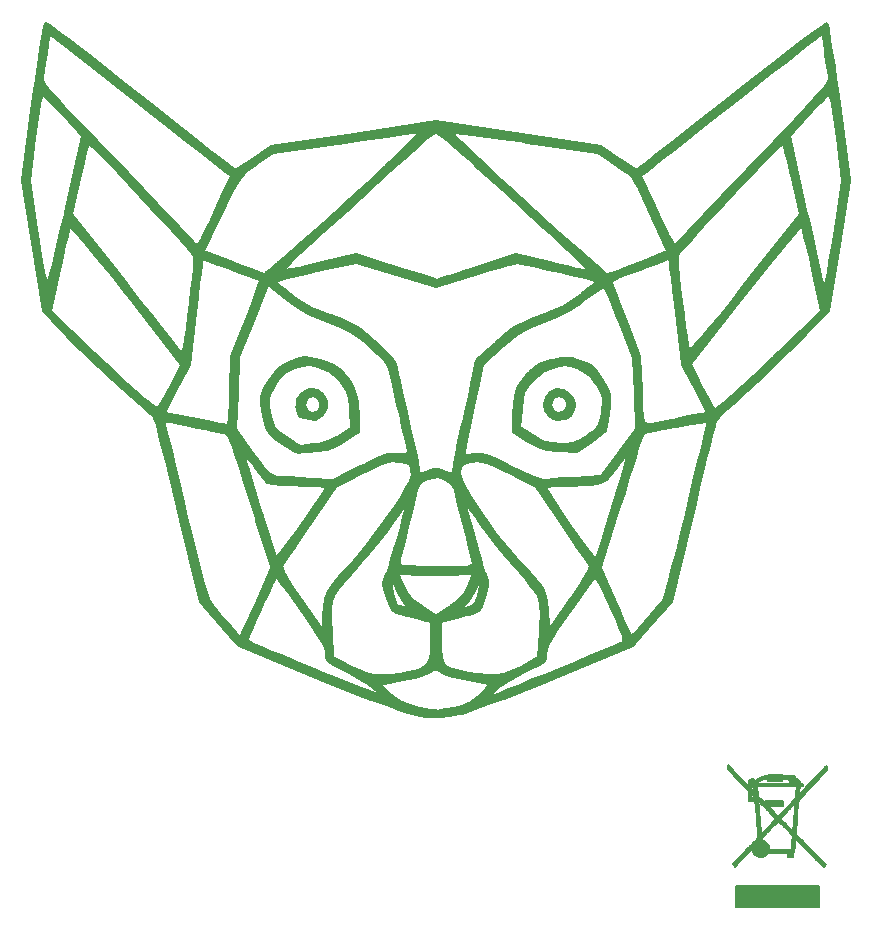
<source format=gbr>
%TF.GenerationSoftware,KiCad,Pcbnew,(5.99.0-1351-gc977addfa)*%
%TF.CreationDate,2020-06-03T21:02:33-07:00*%
%TF.ProjectId,NonSplitKyria,4e6f6e53-706c-4697-944b-797269612e6b,rev?*%
%TF.SameCoordinates,Original*%
%TF.FileFunction,Legend,Bot*%
%TF.FilePolarity,Positive*%
%FSLAX46Y46*%
G04 Gerber Fmt 4.6, Leading zero omitted, Abs format (unit mm)*
G04 Created by KiCad (PCBNEW (5.99.0-1351-gc977addfa)) date 2020-06-03 21:02:33*
%MOMM*%
%LPD*%
G01*
G04 APERTURE LIST*
%ADD10C,0.200000*%
G04 APERTURE END LIST*
%TO.C,REF\u002A\u002A*%
G36*
X207103486Y-90915300D02*
G01*
X207182013Y-90917451D01*
X207316275Y-90917451D01*
X207316275Y-91141569D01*
X207000339Y-91141569D01*
X206970841Y-91493645D01*
X206966880Y-91541779D01*
X206957653Y-91662272D01*
X206951134Y-91760319D01*
X206947888Y-91826866D01*
X206948478Y-91852857D01*
X206957060Y-91845385D01*
X206996217Y-91806437D01*
X207063912Y-91737404D01*
X207156718Y-91641866D01*
X207271211Y-91523400D01*
X207403963Y-91385586D01*
X207551550Y-91232002D01*
X207710546Y-91066226D01*
X207877525Y-90891838D01*
X208049061Y-90712415D01*
X208221729Y-90531537D01*
X208392103Y-90352782D01*
X208556757Y-90179729D01*
X208712266Y-90015956D01*
X208855204Y-89865041D01*
X208982145Y-89730564D01*
X209089664Y-89616103D01*
X209281779Y-89410882D01*
X209283529Y-89760520D01*
X206904931Y-92262026D01*
X206881157Y-92547099D01*
X206786037Y-93687729D01*
X206769225Y-93890036D01*
X206748365Y-94143172D01*
X206729113Y-94379146D01*
X206711836Y-94593320D01*
X206696904Y-94781058D01*
X206684685Y-94937720D01*
X206675546Y-95058669D01*
X206669856Y-95139266D01*
X206667983Y-95174873D01*
X206672927Y-95191189D01*
X206695148Y-95226420D01*
X206737292Y-95279519D01*
X206757630Y-95302727D01*
X206801601Y-95352903D01*
X206890320Y-95448991D01*
X207005692Y-95570204D01*
X207149962Y-95718960D01*
X207325372Y-95897678D01*
X207534167Y-96108777D01*
X207671523Y-96247301D01*
X207863001Y-96440518D01*
X208053806Y-96633176D01*
X208238204Y-96819478D01*
X208410459Y-96993625D01*
X208564833Y-97149820D01*
X208695592Y-97282266D01*
X208796999Y-97385164D01*
X209194488Y-97789089D01*
X209122291Y-97864447D01*
X209105264Y-97881425D01*
X209055032Y-97923118D01*
X209020571Y-97939804D01*
X208993592Y-97925559D01*
X208943432Y-97882811D01*
X208883298Y-97821520D01*
X208846696Y-97782807D01*
X208778434Y-97712115D01*
X208681958Y-97612962D01*
X208560674Y-97488824D01*
X208417989Y-97343180D01*
X208257310Y-97179506D01*
X208082043Y-97001281D01*
X207895595Y-96811981D01*
X207701374Y-96615085D01*
X206627200Y-95526934D01*
X206583444Y-96092144D01*
X206573906Y-96212782D01*
X206559976Y-96374947D01*
X206547413Y-96497774D01*
X206535284Y-96587720D01*
X206522659Y-96651239D01*
X206508607Y-96694789D01*
X206492197Y-96724825D01*
X206469229Y-96766805D01*
X206450331Y-96843980D01*
X206444706Y-96955168D01*
X206444706Y-97118039D01*
X205996471Y-97118039D01*
X205996471Y-96769412D01*
X204321867Y-96769412D01*
X204225068Y-96879381D01*
X204198596Y-96908017D01*
X204055121Y-97023061D01*
X203893014Y-97093886D01*
X203717488Y-97118039D01*
X203562605Y-97105234D01*
X203387422Y-97051250D01*
X203237454Y-96954766D01*
X203208226Y-96927191D01*
X203135181Y-96837924D01*
X203071094Y-96733934D01*
X203025137Y-96631433D01*
X203006485Y-96546630D01*
X203006125Y-96534320D01*
X203003442Y-96489212D01*
X202996427Y-96458054D01*
X202981752Y-96443311D01*
X202956089Y-96447446D01*
X202916108Y-96472922D01*
X202858483Y-96522203D01*
X202779884Y-96597752D01*
X202676983Y-96702033D01*
X202546451Y-96837509D01*
X202384960Y-97006644D01*
X202298941Y-97096927D01*
X202155157Y-97248089D01*
X202019121Y-97391403D01*
X201896167Y-97521235D01*
X201791624Y-97631953D01*
X201710824Y-97717926D01*
X201659098Y-97773521D01*
X201517706Y-97927353D01*
X201430316Y-97840196D01*
X201342925Y-97753039D01*
X202423875Y-96620000D01*
X202492032Y-96548510D01*
X202734512Y-96293204D01*
X202942662Y-96072355D01*
X203117105Y-95885276D01*
X203258465Y-95731283D01*
X203358421Y-95619677D01*
X203767685Y-95619677D01*
X203770903Y-95645937D01*
X203771465Y-95648680D01*
X203798284Y-95710883D01*
X203851854Y-95739866D01*
X204016981Y-95801654D01*
X204164101Y-95904585D01*
X204279812Y-96040742D01*
X204359116Y-96204173D01*
X204397012Y-96388925D01*
X204409564Y-96545294D01*
X206289895Y-96545294D01*
X206303005Y-96489265D01*
X206305324Y-96475515D01*
X206312530Y-96414027D01*
X206322364Y-96314611D01*
X206334095Y-96185185D01*
X206346991Y-96033668D01*
X206360323Y-95867981D01*
X206404531Y-95302727D01*
X205808636Y-94697589D01*
X205699337Y-94586962D01*
X205565608Y-94452660D01*
X205445636Y-94333351D01*
X205343630Y-94233162D01*
X205263799Y-94156219D01*
X205210352Y-94106650D01*
X205187497Y-94088580D01*
X205172172Y-94097214D01*
X205126527Y-94136496D01*
X205057834Y-94202115D01*
X204972238Y-94288153D01*
X204875882Y-94388692D01*
X204850747Y-94415355D01*
X204738042Y-94534623D01*
X204603741Y-94676397D01*
X204457957Y-94830021D01*
X204310800Y-94984837D01*
X204172383Y-95130186D01*
X204164068Y-95138907D01*
X204035380Y-95274319D01*
X203937184Y-95379174D01*
X203865597Y-95458461D01*
X203816736Y-95517166D01*
X203786719Y-95560279D01*
X203771663Y-95592787D01*
X203767685Y-95619677D01*
X203358421Y-95619677D01*
X203367365Y-95609691D01*
X203444430Y-95519815D01*
X203490284Y-95460970D01*
X203505550Y-95432471D01*
X203505551Y-95432302D01*
X203503458Y-95396784D01*
X203497341Y-95317168D01*
X203487679Y-95198870D01*
X203474953Y-95047312D01*
X203459641Y-94867911D01*
X203442222Y-94666086D01*
X203423177Y-94447256D01*
X203402983Y-94216840D01*
X203382120Y-93980257D01*
X203361068Y-93742926D01*
X203340306Y-93510265D01*
X203320313Y-93287693D01*
X203301568Y-93080630D01*
X203284550Y-92894494D01*
X203269739Y-92734704D01*
X203257614Y-92606679D01*
X203248655Y-92515837D01*
X203243339Y-92467598D01*
X203232622Y-92386801D01*
X203488461Y-92386801D01*
X203491739Y-92448037D01*
X203498950Y-92551018D01*
X203509735Y-92691297D01*
X203523732Y-92864432D01*
X203540579Y-93065976D01*
X203559917Y-93291484D01*
X203581384Y-93536512D01*
X203604619Y-93796615D01*
X203622783Y-93997210D01*
X203645533Y-94245981D01*
X203666833Y-94476175D01*
X203686259Y-94683359D01*
X203703389Y-94863100D01*
X203717798Y-95010964D01*
X203729065Y-95122519D01*
X203736764Y-95193332D01*
X203740473Y-95218970D01*
X203751724Y-95211027D01*
X203792981Y-95172038D01*
X203860021Y-95105068D01*
X203948228Y-95014990D01*
X204052987Y-94906680D01*
X204169682Y-94785013D01*
X204293700Y-94654863D01*
X204420424Y-94521104D01*
X204545240Y-94388612D01*
X204663532Y-94262261D01*
X204770686Y-94146926D01*
X204862086Y-94047481D01*
X204933117Y-93968801D01*
X204979164Y-93915761D01*
X204992617Y-93897337D01*
X205352699Y-93897337D01*
X205898703Y-94442917D01*
X206032221Y-94576110D01*
X206158058Y-94700751D01*
X206255538Y-94795688D01*
X206328231Y-94863999D01*
X206379710Y-94908767D01*
X206413546Y-94933070D01*
X206433311Y-94939991D01*
X206442577Y-94932608D01*
X206444916Y-94914004D01*
X206446415Y-94884111D01*
X206451817Y-94807139D01*
X206460743Y-94690320D01*
X206472765Y-94538975D01*
X206487454Y-94358428D01*
X206504379Y-94154000D01*
X206523113Y-93931016D01*
X206543225Y-93694797D01*
X206560981Y-93486604D01*
X206579483Y-93267322D01*
X206596072Y-93068219D01*
X206610352Y-92894200D01*
X206621922Y-92750171D01*
X206630386Y-92641041D01*
X206635344Y-92571714D01*
X206636398Y-92547099D01*
X206635563Y-92547562D01*
X206612046Y-92570222D01*
X206559806Y-92623392D01*
X206483442Y-92702250D01*
X206387558Y-92801972D01*
X206276755Y-92917737D01*
X206155633Y-93044720D01*
X206028794Y-93178100D01*
X205900840Y-93313054D01*
X205776372Y-93444759D01*
X205659992Y-93568393D01*
X205556301Y-93679132D01*
X205356526Y-93893235D01*
X205352699Y-93897337D01*
X204992617Y-93897337D01*
X204995613Y-93893235D01*
X204979489Y-93871406D01*
X204932612Y-93819154D01*
X204859338Y-93740984D01*
X204764026Y-93641300D01*
X204651038Y-93524508D01*
X204524735Y-93395016D01*
X204389478Y-93257230D01*
X204249629Y-93115554D01*
X204109548Y-92974396D01*
X203973597Y-92838162D01*
X203846136Y-92711258D01*
X203731528Y-92598090D01*
X203634132Y-92503064D01*
X203558311Y-92430587D01*
X203508426Y-92385064D01*
X203488836Y-92370902D01*
X203488461Y-92386801D01*
X203232622Y-92386801D01*
X203229301Y-92361765D01*
X202684510Y-92361765D01*
X202683520Y-91728204D01*
X202883726Y-91728204D01*
X202883726Y-92162549D01*
X203045588Y-92162549D01*
X203059988Y-92162536D01*
X203141293Y-92160801D01*
X203185509Y-92153383D01*
X203203831Y-92136358D01*
X203207451Y-92105800D01*
X203191507Y-92060883D01*
X203136895Y-91986161D01*
X203045588Y-91888628D01*
X202883726Y-91728204D01*
X202683520Y-91728204D01*
X202683206Y-91527549D01*
X201788614Y-90618628D01*
X200894022Y-89709706D01*
X200892795Y-89537248D01*
X200891569Y-89364791D01*
X201964581Y-90452395D01*
X202068291Y-90557446D01*
X202283492Y-90774842D01*
X202467482Y-90959696D01*
X202622639Y-91114283D01*
X202751340Y-91240878D01*
X202855962Y-91341755D01*
X202938882Y-91419189D01*
X203002478Y-91475456D01*
X203049126Y-91512831D01*
X203081204Y-91533587D01*
X203101089Y-91540000D01*
X203134617Y-91538058D01*
X203153440Y-91523874D01*
X203156686Y-91485069D01*
X203148881Y-91409265D01*
X203143500Y-91361539D01*
X203136013Y-91281768D01*
X203132996Y-91228726D01*
X203131519Y-91210441D01*
X203117124Y-91190857D01*
X203077362Y-91184367D01*
X203000168Y-91187200D01*
X202980459Y-91188310D01*
X202901562Y-91187058D01*
X202845442Y-91169722D01*
X202805887Y-91141569D01*
X203366863Y-91141569D01*
X203375104Y-91234951D01*
X203378911Y-91277320D01*
X203390772Y-91392997D01*
X203402459Y-91469186D01*
X203416125Y-91513805D01*
X203433920Y-91534771D01*
X203457996Y-91540000D01*
X203479644Y-91543562D01*
X203494000Y-91560579D01*
X203502021Y-91600137D01*
X203505512Y-91671323D01*
X203506275Y-91783219D01*
X203506275Y-92026438D01*
X203585884Y-92105800D01*
X203780196Y-92299510D01*
X204054118Y-92572582D01*
X204054118Y-92361765D01*
X205548235Y-92361765D01*
X205548235Y-92834902D01*
X204323350Y-92834902D01*
X204738760Y-93264461D01*
X204818328Y-93346504D01*
X204928355Y-93459121D01*
X205023894Y-93555926D01*
X205099942Y-93631893D01*
X205151496Y-93681996D01*
X205173552Y-93701208D01*
X205181935Y-93695910D01*
X205221246Y-93660294D01*
X205289030Y-93594343D01*
X205381665Y-93501722D01*
X205495531Y-93386093D01*
X205627006Y-93251118D01*
X205772470Y-93100461D01*
X205928300Y-92937783D01*
X206084930Y-92773397D01*
X206238471Y-92611386D01*
X206362987Y-92478595D01*
X206461523Y-92371503D01*
X206537126Y-92286589D01*
X206592841Y-92220332D01*
X206631713Y-92169214D01*
X206656788Y-92129712D01*
X206671111Y-92098307D01*
X206677728Y-92071477D01*
X206679482Y-92058409D01*
X206687261Y-91986399D01*
X206697106Y-91880387D01*
X206707934Y-91752460D01*
X206718662Y-91614706D01*
X206722299Y-91566728D01*
X206732809Y-91437097D01*
X206742830Y-91325283D01*
X206751375Y-91241909D01*
X206757456Y-91197598D01*
X206769380Y-91141569D01*
X203366863Y-91141569D01*
X202805887Y-91141569D01*
X202790130Y-91130355D01*
X202780604Y-91122068D01*
X202702699Y-91021707D01*
X202671846Y-90917451D01*
X203346755Y-90917451D01*
X206148064Y-90917451D01*
X206144007Y-90817843D01*
X206569216Y-90817843D01*
X206569216Y-90917451D01*
X206682151Y-90917451D01*
X206715986Y-90917212D01*
X206766120Y-90912855D01*
X206780593Y-90898740D01*
X206769358Y-90869379D01*
X206766038Y-90863781D01*
X206728769Y-90820732D01*
X206674774Y-90772957D01*
X206620914Y-90734208D01*
X206584048Y-90718235D01*
X206580733Y-90720760D01*
X206572508Y-90755443D01*
X206569216Y-90817843D01*
X206144007Y-90817843D01*
X206140748Y-90737854D01*
X206133431Y-90558257D01*
X205984020Y-90528245D01*
X205909091Y-90514633D01*
X205783963Y-90495574D01*
X205666520Y-90481197D01*
X205498431Y-90464161D01*
X205498431Y-90668431D01*
X204352941Y-90668431D01*
X204352941Y-90488379D01*
X204209755Y-90505470D01*
X203990977Y-90542100D01*
X203770793Y-90608330D01*
X203588664Y-90700681D01*
X203441504Y-90820419D01*
X203346755Y-90917451D01*
X202671846Y-90917451D01*
X202668418Y-90905869D01*
X202678919Y-90784354D01*
X202735361Y-90666961D01*
X202740824Y-90659651D01*
X202816254Y-90596763D01*
X202914588Y-90559564D01*
X203020591Y-90549669D01*
X203119028Y-90568695D01*
X203194664Y-90618256D01*
X203220272Y-90643557D01*
X203245220Y-90649690D01*
X203280944Y-90630720D01*
X203341269Y-90583358D01*
X203359777Y-90568801D01*
X203502676Y-90476927D01*
X203518653Y-90469216D01*
X204552157Y-90469216D01*
X205299216Y-90469216D01*
X205299216Y-90344706D01*
X204552157Y-90344706D01*
X204552157Y-90469216D01*
X203518653Y-90469216D01*
X203671968Y-90395224D01*
X203851891Y-90329579D01*
X204026680Y-90285876D01*
X204180574Y-90270000D01*
X204196924Y-90269874D01*
X204287799Y-90261027D01*
X204337705Y-90236221D01*
X204352941Y-90192630D01*
X204354731Y-90178897D01*
X204364512Y-90167085D01*
X204388269Y-90158439D01*
X204431974Y-90152467D01*
X204501596Y-90148677D01*
X204603108Y-90146579D01*
X204742481Y-90145681D01*
X204925686Y-90145490D01*
X205097346Y-90145826D01*
X205243246Y-90147181D01*
X205350055Y-90149915D01*
X205423374Y-90154381D01*
X205468808Y-90160933D01*
X205491959Y-90169926D01*
X205498431Y-90181715D01*
X205519718Y-90210660D01*
X205579363Y-90229132D01*
X205602192Y-90232363D01*
X205680030Y-90243739D01*
X205783608Y-90259159D01*
X205896863Y-90276240D01*
X205959323Y-90284935D01*
X206050733Y-90294352D01*
X206115230Y-90296624D01*
X206141732Y-90291078D01*
X206146257Y-90287465D01*
X206188037Y-90278543D01*
X206263193Y-90272331D01*
X206359624Y-90270000D01*
X206569216Y-90270000D01*
X206569240Y-90344706D01*
X206569241Y-90350931D01*
X206570220Y-90376578D01*
X206582956Y-90419638D01*
X206619205Y-90456155D01*
X206689917Y-90499625D01*
X206751991Y-90539339D01*
X206846493Y-90615587D01*
X206932136Y-90701185D01*
X206997648Y-90784456D01*
X207031758Y-90853724D01*
X207040115Y-90880416D01*
X207055597Y-90898740D01*
X207060817Y-90904919D01*
X207103486Y-90915300D01*
G37*
D10*
X207103486Y-90915300D02*
X207182013Y-90917451D01*
X207316275Y-90917451D01*
X207316275Y-91141569D01*
X207000339Y-91141569D01*
X206970841Y-91493645D01*
X206966880Y-91541779D01*
X206957653Y-91662272D01*
X206951134Y-91760319D01*
X206947888Y-91826866D01*
X206948478Y-91852857D01*
X206957060Y-91845385D01*
X206996217Y-91806437D01*
X207063912Y-91737404D01*
X207156718Y-91641866D01*
X207271211Y-91523400D01*
X207403963Y-91385586D01*
X207551550Y-91232002D01*
X207710546Y-91066226D01*
X207877525Y-90891838D01*
X208049061Y-90712415D01*
X208221729Y-90531537D01*
X208392103Y-90352782D01*
X208556757Y-90179729D01*
X208712266Y-90015956D01*
X208855204Y-89865041D01*
X208982145Y-89730564D01*
X209089664Y-89616103D01*
X209281779Y-89410882D01*
X209283529Y-89760520D01*
X206904931Y-92262026D01*
X206881157Y-92547099D01*
X206786037Y-93687729D01*
X206769225Y-93890036D01*
X206748365Y-94143172D01*
X206729113Y-94379146D01*
X206711836Y-94593320D01*
X206696904Y-94781058D01*
X206684685Y-94937720D01*
X206675546Y-95058669D01*
X206669856Y-95139266D01*
X206667983Y-95174873D01*
X206672927Y-95191189D01*
X206695148Y-95226420D01*
X206737292Y-95279519D01*
X206757630Y-95302727D01*
X206801601Y-95352903D01*
X206890320Y-95448991D01*
X207005692Y-95570204D01*
X207149962Y-95718960D01*
X207325372Y-95897678D01*
X207534167Y-96108777D01*
X207671523Y-96247301D01*
X207863001Y-96440518D01*
X208053806Y-96633176D01*
X208238204Y-96819478D01*
X208410459Y-96993625D01*
X208564833Y-97149820D01*
X208695592Y-97282266D01*
X208796999Y-97385164D01*
X209194488Y-97789089D01*
X209122291Y-97864447D01*
X209105264Y-97881425D01*
X209055032Y-97923118D01*
X209020571Y-97939804D01*
X208993592Y-97925559D01*
X208943432Y-97882811D01*
X208883298Y-97821520D01*
X208846696Y-97782807D01*
X208778434Y-97712115D01*
X208681958Y-97612962D01*
X208560674Y-97488824D01*
X208417989Y-97343180D01*
X208257310Y-97179506D01*
X208082043Y-97001281D01*
X207895595Y-96811981D01*
X207701374Y-96615085D01*
X206627200Y-95526934D01*
X206583444Y-96092144D01*
X206573906Y-96212782D01*
X206559976Y-96374947D01*
X206547413Y-96497774D01*
X206535284Y-96587720D01*
X206522659Y-96651239D01*
X206508607Y-96694789D01*
X206492197Y-96724825D01*
X206469229Y-96766805D01*
X206450331Y-96843980D01*
X206444706Y-96955168D01*
X206444706Y-97118039D01*
X205996471Y-97118039D01*
X205996471Y-96769412D01*
X204321867Y-96769412D01*
X204225068Y-96879381D01*
X204198596Y-96908017D01*
X204055121Y-97023061D01*
X203893014Y-97093886D01*
X203717488Y-97118039D01*
X203562605Y-97105234D01*
X203387422Y-97051250D01*
X203237454Y-96954766D01*
X203208226Y-96927191D01*
X203135181Y-96837924D01*
X203071094Y-96733934D01*
X203025137Y-96631433D01*
X203006485Y-96546630D01*
X203006125Y-96534320D01*
X203003442Y-96489212D01*
X202996427Y-96458054D01*
X202981752Y-96443311D01*
X202956089Y-96447446D01*
X202916108Y-96472922D01*
X202858483Y-96522203D01*
X202779884Y-96597752D01*
X202676983Y-96702033D01*
X202546451Y-96837509D01*
X202384960Y-97006644D01*
X202298941Y-97096927D01*
X202155157Y-97248089D01*
X202019121Y-97391403D01*
X201896167Y-97521235D01*
X201791624Y-97631953D01*
X201710824Y-97717926D01*
X201659098Y-97773521D01*
X201517706Y-97927353D01*
X201430316Y-97840196D01*
X201342925Y-97753039D01*
X202423875Y-96620000D01*
X202492032Y-96548510D01*
X202734512Y-96293204D01*
X202942662Y-96072355D01*
X203117105Y-95885276D01*
X203258465Y-95731283D01*
X203358421Y-95619677D01*
X203767685Y-95619677D01*
X203770903Y-95645937D01*
X203771465Y-95648680D01*
X203798284Y-95710883D01*
X203851854Y-95739866D01*
X204016981Y-95801654D01*
X204164101Y-95904585D01*
X204279812Y-96040742D01*
X204359116Y-96204173D01*
X204397012Y-96388925D01*
X204409564Y-96545294D01*
X206289895Y-96545294D01*
X206303005Y-96489265D01*
X206305324Y-96475515D01*
X206312530Y-96414027D01*
X206322364Y-96314611D01*
X206334095Y-96185185D01*
X206346991Y-96033668D01*
X206360323Y-95867981D01*
X206404531Y-95302727D01*
X205808636Y-94697589D01*
X205699337Y-94586962D01*
X205565608Y-94452660D01*
X205445636Y-94333351D01*
X205343630Y-94233162D01*
X205263799Y-94156219D01*
X205210352Y-94106650D01*
X205187497Y-94088580D01*
X205172172Y-94097214D01*
X205126527Y-94136496D01*
X205057834Y-94202115D01*
X204972238Y-94288153D01*
X204875882Y-94388692D01*
X204850747Y-94415355D01*
X204738042Y-94534623D01*
X204603741Y-94676397D01*
X204457957Y-94830021D01*
X204310800Y-94984837D01*
X204172383Y-95130186D01*
X204164068Y-95138907D01*
X204035380Y-95274319D01*
X203937184Y-95379174D01*
X203865597Y-95458461D01*
X203816736Y-95517166D01*
X203786719Y-95560279D01*
X203771663Y-95592787D01*
X203767685Y-95619677D01*
X203358421Y-95619677D01*
X203367365Y-95609691D01*
X203444430Y-95519815D01*
X203490284Y-95460970D01*
X203505550Y-95432471D01*
X203505551Y-95432302D01*
X203503458Y-95396784D01*
X203497341Y-95317168D01*
X203487679Y-95198870D01*
X203474953Y-95047312D01*
X203459641Y-94867911D01*
X203442222Y-94666086D01*
X203423177Y-94447256D01*
X203402983Y-94216840D01*
X203382120Y-93980257D01*
X203361068Y-93742926D01*
X203340306Y-93510265D01*
X203320313Y-93287693D01*
X203301568Y-93080630D01*
X203284550Y-92894494D01*
X203269739Y-92734704D01*
X203257614Y-92606679D01*
X203248655Y-92515837D01*
X203243339Y-92467598D01*
X203232622Y-92386801D01*
X203488461Y-92386801D01*
X203491739Y-92448037D01*
X203498950Y-92551018D01*
X203509735Y-92691297D01*
X203523732Y-92864432D01*
X203540579Y-93065976D01*
X203559917Y-93291484D01*
X203581384Y-93536512D01*
X203604619Y-93796615D01*
X203622783Y-93997210D01*
X203645533Y-94245981D01*
X203666833Y-94476175D01*
X203686259Y-94683359D01*
X203703389Y-94863100D01*
X203717798Y-95010964D01*
X203729065Y-95122519D01*
X203736764Y-95193332D01*
X203740473Y-95218970D01*
X203751724Y-95211027D01*
X203792981Y-95172038D01*
X203860021Y-95105068D01*
X203948228Y-95014990D01*
X204052987Y-94906680D01*
X204169682Y-94785013D01*
X204293700Y-94654863D01*
X204420424Y-94521104D01*
X204545240Y-94388612D01*
X204663532Y-94262261D01*
X204770686Y-94146926D01*
X204862086Y-94047481D01*
X204933117Y-93968801D01*
X204979164Y-93915761D01*
X204992617Y-93897337D01*
X205352699Y-93897337D01*
X205898703Y-94442917D01*
X206032221Y-94576110D01*
X206158058Y-94700751D01*
X206255538Y-94795688D01*
X206328231Y-94863999D01*
X206379710Y-94908767D01*
X206413546Y-94933070D01*
X206433311Y-94939991D01*
X206442577Y-94932608D01*
X206444916Y-94914004D01*
X206446415Y-94884111D01*
X206451817Y-94807139D01*
X206460743Y-94690320D01*
X206472765Y-94538975D01*
X206487454Y-94358428D01*
X206504379Y-94154000D01*
X206523113Y-93931016D01*
X206543225Y-93694797D01*
X206560981Y-93486604D01*
X206579483Y-93267322D01*
X206596072Y-93068219D01*
X206610352Y-92894200D01*
X206621922Y-92750171D01*
X206630386Y-92641041D01*
X206635344Y-92571714D01*
X206636398Y-92547099D01*
X206635563Y-92547562D01*
X206612046Y-92570222D01*
X206559806Y-92623392D01*
X206483442Y-92702250D01*
X206387558Y-92801972D01*
X206276755Y-92917737D01*
X206155633Y-93044720D01*
X206028794Y-93178100D01*
X205900840Y-93313054D01*
X205776372Y-93444759D01*
X205659992Y-93568393D01*
X205556301Y-93679132D01*
X205356526Y-93893235D01*
X205352699Y-93897337D01*
X204992617Y-93897337D01*
X204995613Y-93893235D01*
X204979489Y-93871406D01*
X204932612Y-93819154D01*
X204859338Y-93740984D01*
X204764026Y-93641300D01*
X204651038Y-93524508D01*
X204524735Y-93395016D01*
X204389478Y-93257230D01*
X204249629Y-93115554D01*
X204109548Y-92974396D01*
X203973597Y-92838162D01*
X203846136Y-92711258D01*
X203731528Y-92598090D01*
X203634132Y-92503064D01*
X203558311Y-92430587D01*
X203508426Y-92385064D01*
X203488836Y-92370902D01*
X203488461Y-92386801D01*
X203232622Y-92386801D01*
X203229301Y-92361765D01*
X202684510Y-92361765D01*
X202683520Y-91728204D01*
X202883726Y-91728204D01*
X202883726Y-92162549D01*
X203045588Y-92162549D01*
X203059988Y-92162536D01*
X203141293Y-92160801D01*
X203185509Y-92153383D01*
X203203831Y-92136358D01*
X203207451Y-92105800D01*
X203191507Y-92060883D01*
X203136895Y-91986161D01*
X203045588Y-91888628D01*
X202883726Y-91728204D01*
X202683520Y-91728204D01*
X202683206Y-91527549D01*
X201788614Y-90618628D01*
X200894022Y-89709706D01*
X200892795Y-89537248D01*
X200891569Y-89364791D01*
X201964581Y-90452395D01*
X202068291Y-90557446D01*
X202283492Y-90774842D01*
X202467482Y-90959696D01*
X202622639Y-91114283D01*
X202751340Y-91240878D01*
X202855962Y-91341755D01*
X202938882Y-91419189D01*
X203002478Y-91475456D01*
X203049126Y-91512831D01*
X203081204Y-91533587D01*
X203101089Y-91540000D01*
X203134617Y-91538058D01*
X203153440Y-91523874D01*
X203156686Y-91485069D01*
X203148881Y-91409265D01*
X203143500Y-91361539D01*
X203136013Y-91281768D01*
X203132996Y-91228726D01*
X203131519Y-91210441D01*
X203117124Y-91190857D01*
X203077362Y-91184367D01*
X203000168Y-91187200D01*
X202980459Y-91188310D01*
X202901562Y-91187058D01*
X202845442Y-91169722D01*
X202805887Y-91141569D01*
X203366863Y-91141569D01*
X203375104Y-91234951D01*
X203378911Y-91277320D01*
X203390772Y-91392997D01*
X203402459Y-91469186D01*
X203416125Y-91513805D01*
X203433920Y-91534771D01*
X203457996Y-91540000D01*
X203479644Y-91543562D01*
X203494000Y-91560579D01*
X203502021Y-91600137D01*
X203505512Y-91671323D01*
X203506275Y-91783219D01*
X203506275Y-92026438D01*
X203585884Y-92105800D01*
X203780196Y-92299510D01*
X204054118Y-92572582D01*
X204054118Y-92361765D01*
X205548235Y-92361765D01*
X205548235Y-92834902D01*
X204323350Y-92834902D01*
X204738760Y-93264461D01*
X204818328Y-93346504D01*
X204928355Y-93459121D01*
X205023894Y-93555926D01*
X205099942Y-93631893D01*
X205151496Y-93681996D01*
X205173552Y-93701208D01*
X205181935Y-93695910D01*
X205221246Y-93660294D01*
X205289030Y-93594343D01*
X205381665Y-93501722D01*
X205495531Y-93386093D01*
X205627006Y-93251118D01*
X205772470Y-93100461D01*
X205928300Y-92937783D01*
X206084930Y-92773397D01*
X206238471Y-92611386D01*
X206362987Y-92478595D01*
X206461523Y-92371503D01*
X206537126Y-92286589D01*
X206592841Y-92220332D01*
X206631713Y-92169214D01*
X206656788Y-92129712D01*
X206671111Y-92098307D01*
X206677728Y-92071477D01*
X206679482Y-92058409D01*
X206687261Y-91986399D01*
X206697106Y-91880387D01*
X206707934Y-91752460D01*
X206718662Y-91614706D01*
X206722299Y-91566728D01*
X206732809Y-91437097D01*
X206742830Y-91325283D01*
X206751375Y-91241909D01*
X206757456Y-91197598D01*
X206769380Y-91141569D01*
X203366863Y-91141569D01*
X202805887Y-91141569D01*
X202790130Y-91130355D01*
X202780604Y-91122068D01*
X202702699Y-91021707D01*
X202671846Y-90917451D01*
X203346755Y-90917451D01*
X206148064Y-90917451D01*
X206144007Y-90817843D01*
X206569216Y-90817843D01*
X206569216Y-90917451D01*
X206682151Y-90917451D01*
X206715986Y-90917212D01*
X206766120Y-90912855D01*
X206780593Y-90898740D01*
X206769358Y-90869379D01*
X206766038Y-90863781D01*
X206728769Y-90820732D01*
X206674774Y-90772957D01*
X206620914Y-90734208D01*
X206584048Y-90718235D01*
X206580733Y-90720760D01*
X206572508Y-90755443D01*
X206569216Y-90817843D01*
X206144007Y-90817843D01*
X206140748Y-90737854D01*
X206133431Y-90558257D01*
X205984020Y-90528245D01*
X205909091Y-90514633D01*
X205783963Y-90495574D01*
X205666520Y-90481197D01*
X205498431Y-90464161D01*
X205498431Y-90668431D01*
X204352941Y-90668431D01*
X204352941Y-90488379D01*
X204209755Y-90505470D01*
X203990977Y-90542100D01*
X203770793Y-90608330D01*
X203588664Y-90700681D01*
X203441504Y-90820419D01*
X203346755Y-90917451D01*
X202671846Y-90917451D01*
X202668418Y-90905869D01*
X202678919Y-90784354D01*
X202735361Y-90666961D01*
X202740824Y-90659651D01*
X202816254Y-90596763D01*
X202914588Y-90559564D01*
X203020591Y-90549669D01*
X203119028Y-90568695D01*
X203194664Y-90618256D01*
X203220272Y-90643557D01*
X203245220Y-90649690D01*
X203280944Y-90630720D01*
X203341269Y-90583358D01*
X203359777Y-90568801D01*
X203502676Y-90476927D01*
X203518653Y-90469216D01*
X204552157Y-90469216D01*
X205299216Y-90469216D01*
X205299216Y-90344706D01*
X204552157Y-90344706D01*
X204552157Y-90469216D01*
X203518653Y-90469216D01*
X203671968Y-90395224D01*
X203851891Y-90329579D01*
X204026680Y-90285876D01*
X204180574Y-90270000D01*
X204196924Y-90269874D01*
X204287799Y-90261027D01*
X204337705Y-90236221D01*
X204352941Y-90192630D01*
X204354731Y-90178897D01*
X204364512Y-90167085D01*
X204388269Y-90158439D01*
X204431974Y-90152467D01*
X204501596Y-90148677D01*
X204603108Y-90146579D01*
X204742481Y-90145681D01*
X204925686Y-90145490D01*
X205097346Y-90145826D01*
X205243246Y-90147181D01*
X205350055Y-90149915D01*
X205423374Y-90154381D01*
X205468808Y-90160933D01*
X205491959Y-90169926D01*
X205498431Y-90181715D01*
X205519718Y-90210660D01*
X205579363Y-90229132D01*
X205602192Y-90232363D01*
X205680030Y-90243739D01*
X205783608Y-90259159D01*
X205896863Y-90276240D01*
X205959323Y-90284935D01*
X206050733Y-90294352D01*
X206115230Y-90296624D01*
X206141732Y-90291078D01*
X206146257Y-90287465D01*
X206188037Y-90278543D01*
X206263193Y-90272331D01*
X206359624Y-90270000D01*
X206569216Y-90270000D01*
X206569240Y-90344706D01*
X206569241Y-90350931D01*
X206570220Y-90376578D01*
X206582956Y-90419638D01*
X206619205Y-90456155D01*
X206689917Y-90499625D01*
X206751991Y-90539339D01*
X206846493Y-90615587D01*
X206932136Y-90701185D01*
X206997648Y-90784456D01*
X207031758Y-90853724D01*
X207040115Y-90880416D01*
X207055597Y-90898740D01*
X207060817Y-90904919D01*
X207103486Y-90915300D01*
G36*
X208611177Y-101326471D02*
G01*
X201638628Y-101326471D01*
X201638628Y-99608235D01*
X208611177Y-99608235D01*
X208611177Y-101326471D01*
G37*
X208611177Y-101326471D02*
X201638628Y-101326471D01*
X201638628Y-99608235D01*
X208611177Y-99608235D01*
X208611177Y-101326471D01*
%TO.C,G\u002A\u002A\u002A*%
G36*
X166647288Y-59691217D02*
G01*
X166424330Y-59905462D01*
X166030441Y-60092536D01*
X165488450Y-60053837D01*
X165073305Y-59970265D01*
X164697478Y-59835406D01*
X164511793Y-59603073D01*
X164395279Y-59176142D01*
X164372887Y-59042716D01*
X164393286Y-58889065D01*
X165100799Y-58889065D01*
X165325625Y-59324375D01*
X165704257Y-59533313D01*
X166089823Y-59454846D01*
X166340766Y-59126957D01*
X166349485Y-58623322D01*
X166155357Y-58241654D01*
X165797510Y-58086931D01*
X165390899Y-58295261D01*
X165272016Y-58428668D01*
X165100799Y-58889065D01*
X164393286Y-58889065D01*
X164462871Y-58364936D01*
X164845420Y-57814979D01*
X165443528Y-57514888D01*
X165589149Y-57493698D01*
X166226456Y-57595266D01*
X166705318Y-57964141D01*
X166971339Y-58501985D01*
X166971097Y-58623322D01*
X166970127Y-59110457D01*
X166647288Y-59691217D01*
G37*
X166647288Y-59691217D02*
X166424330Y-59905462D01*
X166030441Y-60092536D01*
X165488450Y-60053837D01*
X165073305Y-59970265D01*
X164697478Y-59835406D01*
X164511793Y-59603073D01*
X164395279Y-59176142D01*
X164372887Y-59042716D01*
X164393286Y-58889065D01*
X165100799Y-58889065D01*
X165325625Y-59324375D01*
X165704257Y-59533313D01*
X166089823Y-59454846D01*
X166340766Y-59126957D01*
X166349485Y-58623322D01*
X166155357Y-58241654D01*
X165797510Y-58086931D01*
X165390899Y-58295261D01*
X165272016Y-58428668D01*
X165100799Y-58889065D01*
X164393286Y-58889065D01*
X164462871Y-58364936D01*
X164845420Y-57814979D01*
X165443528Y-57514888D01*
X165589149Y-57493698D01*
X166226456Y-57595266D01*
X166705318Y-57964141D01*
X166971339Y-58501985D01*
X166971097Y-58623322D01*
X166970127Y-59110457D01*
X166647288Y-59691217D01*
G36*
X187672863Y-59759024D02*
G01*
X187247591Y-60019773D01*
X187075516Y-60052060D01*
X186505288Y-60113672D01*
X186120276Y-60023511D01*
X185762418Y-59753207D01*
X185444943Y-59318489D01*
X185363188Y-58891260D01*
X185936959Y-58891260D01*
X186161562Y-59324375D01*
X186293641Y-59439060D01*
X186508828Y-59539480D01*
X186954181Y-59418108D01*
X187239975Y-59210073D01*
X187312500Y-58860400D01*
X187276180Y-58607735D01*
X187022932Y-58233101D01*
X186633829Y-58103924D01*
X186234874Y-58287223D01*
X186107059Y-58431208D01*
X185936959Y-58891260D01*
X185363188Y-58891260D01*
X185332035Y-58728468D01*
X185483126Y-58168275D01*
X185846546Y-57728631D01*
X186370620Y-57500259D01*
X187003679Y-57573880D01*
X187389219Y-57803908D01*
X187799403Y-58230780D01*
X187965211Y-58683015D01*
X187953519Y-58860400D01*
X187926808Y-59265656D01*
X187672863Y-59759024D01*
G37*
X187672863Y-59759024D02*
X187247591Y-60019773D01*
X187075516Y-60052060D01*
X186505288Y-60113672D01*
X186120276Y-60023511D01*
X185762418Y-59753207D01*
X185444943Y-59318489D01*
X185363188Y-58891260D01*
X185936959Y-58891260D01*
X186161562Y-59324375D01*
X186293641Y-59439060D01*
X186508828Y-59539480D01*
X186954181Y-59418108D01*
X187239975Y-59210073D01*
X187312500Y-58860400D01*
X187276180Y-58607735D01*
X187022932Y-58233101D01*
X186633829Y-58103924D01*
X186234874Y-58287223D01*
X186107059Y-58431208D01*
X185936959Y-58891260D01*
X185363188Y-58891260D01*
X185332035Y-58728468D01*
X185483126Y-58168275D01*
X185846546Y-57728631D01*
X186370620Y-57500259D01*
X187003679Y-57573880D01*
X187389219Y-57803908D01*
X187799403Y-58230780D01*
X187965211Y-58683015D01*
X187953519Y-58860400D01*
X187926808Y-59265656D01*
X187672863Y-59759024D01*
G36*
X168528731Y-61892113D02*
G01*
X168406814Y-61972252D01*
X167662909Y-62396640D01*
X166963871Y-62632761D01*
X166097872Y-62755886D01*
X165438511Y-62816673D01*
X164872766Y-62871862D01*
X164575818Y-62904714D01*
X164563428Y-62905792D01*
X164246021Y-62799174D01*
X163740676Y-62514240D01*
X163155647Y-62123034D01*
X162599187Y-61697599D01*
X162179549Y-61309978D01*
X162176294Y-61306400D01*
X161846826Y-60779800D01*
X161639119Y-60157812D01*
X161494668Y-59328498D01*
X161401799Y-58671525D01*
X161396863Y-58370425D01*
X162044047Y-58370425D01*
X162059409Y-58837425D01*
X162179240Y-59528391D01*
X162234193Y-59813053D01*
X162378240Y-60389224D01*
X162585671Y-60784213D01*
X162945990Y-61130952D01*
X163548699Y-61562375D01*
X163580098Y-61583929D01*
X164143832Y-61960615D01*
X164558171Y-62218881D01*
X164735401Y-62303917D01*
X164839654Y-62283894D01*
X165246534Y-62241105D01*
X165844707Y-62193875D01*
X166228250Y-62152593D01*
X167073579Y-61919197D01*
X167962874Y-61440353D01*
X169026178Y-60760166D01*
X168910724Y-59218755D01*
X168893035Y-58991273D01*
X168811226Y-58249427D01*
X168680584Y-57734810D01*
X168453508Y-57310765D01*
X168082401Y-56840634D01*
X167942108Y-56681846D01*
X167227415Y-56076502D01*
X166355687Y-55702201D01*
X165949592Y-55588005D01*
X165431905Y-55502819D01*
X164949171Y-55556638D01*
X164300046Y-55754595D01*
X163928005Y-55890840D01*
X163420300Y-56160553D01*
X163024156Y-56554570D01*
X162600145Y-57190684D01*
X162446162Y-57444988D01*
X162163012Y-57961557D01*
X162044047Y-58370425D01*
X161396863Y-58370425D01*
X161394153Y-58205136D01*
X161483480Y-57822743D01*
X161681530Y-57417758D01*
X162000052Y-56883593D01*
X162158900Y-56626569D01*
X162617610Y-55997188D01*
X163095885Y-55573739D01*
X163722511Y-55232795D01*
X163973504Y-55119211D01*
X164590023Y-54878091D01*
X165093001Y-54794614D01*
X165645751Y-54858174D01*
X166411588Y-55058165D01*
X166862603Y-55195893D01*
X167591631Y-55501040D01*
X168167278Y-55915179D01*
X168752565Y-56541617D01*
X169008614Y-56886848D01*
X169375256Y-57662098D01*
X169580115Y-58639405D01*
X169646828Y-59907738D01*
X169650088Y-60760166D01*
X169651562Y-61145946D01*
X168528731Y-61892113D01*
G37*
X168528731Y-61892113D02*
X168406814Y-61972252D01*
X167662909Y-62396640D01*
X166963871Y-62632761D01*
X166097872Y-62755886D01*
X165438511Y-62816673D01*
X164872766Y-62871862D01*
X164575818Y-62904714D01*
X164563428Y-62905792D01*
X164246021Y-62799174D01*
X163740676Y-62514240D01*
X163155647Y-62123034D01*
X162599187Y-61697599D01*
X162179549Y-61309978D01*
X162176294Y-61306400D01*
X161846826Y-60779800D01*
X161639119Y-60157812D01*
X161494668Y-59328498D01*
X161401799Y-58671525D01*
X161396863Y-58370425D01*
X162044047Y-58370425D01*
X162059409Y-58837425D01*
X162179240Y-59528391D01*
X162234193Y-59813053D01*
X162378240Y-60389224D01*
X162585671Y-60784213D01*
X162945990Y-61130952D01*
X163548699Y-61562375D01*
X163580098Y-61583929D01*
X164143832Y-61960615D01*
X164558171Y-62218881D01*
X164735401Y-62303917D01*
X164839654Y-62283894D01*
X165246534Y-62241105D01*
X165844707Y-62193875D01*
X166228250Y-62152593D01*
X167073579Y-61919197D01*
X167962874Y-61440353D01*
X169026178Y-60760166D01*
X168910724Y-59218755D01*
X168893035Y-58991273D01*
X168811226Y-58249427D01*
X168680584Y-57734810D01*
X168453508Y-57310765D01*
X168082401Y-56840634D01*
X167942108Y-56681846D01*
X167227415Y-56076502D01*
X166355687Y-55702201D01*
X165949592Y-55588005D01*
X165431905Y-55502819D01*
X164949171Y-55556638D01*
X164300046Y-55754595D01*
X163928005Y-55890840D01*
X163420300Y-56160553D01*
X163024156Y-56554570D01*
X162600145Y-57190684D01*
X162446162Y-57444988D01*
X162163012Y-57961557D01*
X162044047Y-58370425D01*
X161396863Y-58370425D01*
X161394153Y-58205136D01*
X161483480Y-57822743D01*
X161681530Y-57417758D01*
X162000052Y-56883593D01*
X162158900Y-56626569D01*
X162617610Y-55997188D01*
X163095885Y-55573739D01*
X163722511Y-55232795D01*
X163973504Y-55119211D01*
X164590023Y-54878091D01*
X165093001Y-54794614D01*
X165645751Y-54858174D01*
X166411588Y-55058165D01*
X166862603Y-55195893D01*
X167591631Y-55501040D01*
X168167278Y-55915179D01*
X168752565Y-56541617D01*
X169008614Y-56886848D01*
X169375256Y-57662098D01*
X169580115Y-58639405D01*
X169646828Y-59907738D01*
X169650088Y-60760166D01*
X169651562Y-61145946D01*
X168528731Y-61892113D01*
G36*
X190819732Y-59586594D02*
G01*
X190574589Y-61050719D01*
X189377703Y-61943719D01*
X188180817Y-62836718D01*
X186587618Y-62737500D01*
X186412331Y-62726175D01*
X185610458Y-62649474D01*
X185021709Y-62516078D01*
X184489882Y-62277114D01*
X183858776Y-61883712D01*
X182723132Y-61129144D01*
X182735002Y-60703103D01*
X183353040Y-60703103D01*
X184436748Y-61422645D01*
X184918903Y-61729113D01*
X185468797Y-61995317D01*
X186022118Y-62110598D01*
X186763744Y-62131253D01*
X187174595Y-62121475D01*
X187821871Y-62042531D01*
X188364671Y-61833932D01*
X188998454Y-61434759D01*
X189011818Y-61425513D01*
X189559360Y-61020498D01*
X189881317Y-60664628D01*
X190071549Y-60210555D01*
X190223918Y-59510927D01*
X190272666Y-59250512D01*
X190359481Y-58655810D01*
X190330283Y-58226614D01*
X190154471Y-57795050D01*
X189801444Y-57193243D01*
X189657403Y-56962064D01*
X189230089Y-56389571D01*
X188772887Y-56021545D01*
X188144885Y-55733844D01*
X187557568Y-55525042D01*
X187137248Y-55453609D01*
X186705771Y-55519562D01*
X186082163Y-55721850D01*
X185285987Y-56085797D01*
X184310015Y-56883593D01*
X184227134Y-56977170D01*
X183885429Y-57411925D01*
X183679259Y-57834917D01*
X183559441Y-58382300D01*
X183476793Y-59190223D01*
X183353040Y-60703103D01*
X182735002Y-60703103D01*
X182765690Y-59601681D01*
X182795741Y-58883040D01*
X182888704Y-58059886D01*
X183076093Y-57428670D01*
X183399328Y-56867088D01*
X183899828Y-56252836D01*
X184040633Y-56097901D01*
X184546448Y-55643064D01*
X185123418Y-55335153D01*
X185933410Y-55080884D01*
X186113742Y-55033639D01*
X186774486Y-54880198D01*
X187258706Y-54838778D01*
X187734955Y-54910440D01*
X188371782Y-55096247D01*
X188692997Y-55203915D01*
X189294464Y-55480662D01*
X189760442Y-55864064D01*
X190182212Y-56442560D01*
X190651056Y-57304593D01*
X190729061Y-57461464D01*
X190902857Y-57883103D01*
X190969224Y-58287505D01*
X190947346Y-58655810D01*
X190938178Y-58810170D01*
X190819732Y-59586594D01*
G37*
X190819732Y-59586594D02*
X190574589Y-61050719D01*
X189377703Y-61943719D01*
X188180817Y-62836718D01*
X186587618Y-62737500D01*
X186412331Y-62726175D01*
X185610458Y-62649474D01*
X185021709Y-62516078D01*
X184489882Y-62277114D01*
X183858776Y-61883712D01*
X182723132Y-61129144D01*
X182735002Y-60703103D01*
X183353040Y-60703103D01*
X184436748Y-61422645D01*
X184918903Y-61729113D01*
X185468797Y-61995317D01*
X186022118Y-62110598D01*
X186763744Y-62131253D01*
X187174595Y-62121475D01*
X187821871Y-62042531D01*
X188364671Y-61833932D01*
X188998454Y-61434759D01*
X189011818Y-61425513D01*
X189559360Y-61020498D01*
X189881317Y-60664628D01*
X190071549Y-60210555D01*
X190223918Y-59510927D01*
X190272666Y-59250512D01*
X190359481Y-58655810D01*
X190330283Y-58226614D01*
X190154471Y-57795050D01*
X189801444Y-57193243D01*
X189657403Y-56962064D01*
X189230089Y-56389571D01*
X188772887Y-56021545D01*
X188144885Y-55733844D01*
X187557568Y-55525042D01*
X187137248Y-55453609D01*
X186705771Y-55519562D01*
X186082163Y-55721850D01*
X185285987Y-56085797D01*
X184310015Y-56883593D01*
X184227134Y-56977170D01*
X183885429Y-57411925D01*
X183679259Y-57834917D01*
X183559441Y-58382300D01*
X183476793Y-59190223D01*
X183353040Y-60703103D01*
X182735002Y-60703103D01*
X182765690Y-59601681D01*
X182795741Y-58883040D01*
X182888704Y-58059886D01*
X183076093Y-57428670D01*
X183399328Y-56867088D01*
X183899828Y-56252836D01*
X184040633Y-56097901D01*
X184546448Y-55643064D01*
X185123418Y-55335153D01*
X185933410Y-55080884D01*
X186113742Y-55033639D01*
X186774486Y-54880198D01*
X187258706Y-54838778D01*
X187734955Y-54910440D01*
X188371782Y-55096247D01*
X188692997Y-55203915D01*
X189294464Y-55480662D01*
X189760442Y-55864064D01*
X190182212Y-56442560D01*
X190651056Y-57304593D01*
X190729061Y-57461464D01*
X190902857Y-57883103D01*
X190969224Y-58287505D01*
X190947346Y-58655810D01*
X190938178Y-58810170D01*
X190819732Y-59586594D01*
G36*
X209517069Y-50858169D02*
G01*
X209505796Y-50930468D01*
X206227802Y-54204687D01*
X205865250Y-54565202D01*
X204821979Y-55586462D01*
X203796871Y-56568580D01*
X202854853Y-57450502D01*
X202060854Y-58171171D01*
X201479801Y-58669531D01*
X201100021Y-58983902D01*
X200538351Y-59501642D01*
X200433310Y-59598468D01*
X200025517Y-60100572D01*
X199849658Y-60488909D01*
X199819871Y-60554687D01*
X199796294Y-60641267D01*
X199704821Y-60984444D01*
X199598054Y-61398248D01*
X199466360Y-61922097D01*
X199300105Y-62595409D01*
X199089655Y-63457605D01*
X198825377Y-64548102D01*
X198497636Y-65906320D01*
X198096798Y-67571677D01*
X197613230Y-69583593D01*
X196183008Y-75536718D01*
X194524359Y-77416413D01*
X193389125Y-78702938D01*
X192865711Y-79296108D01*
X186368402Y-81959577D01*
X185187812Y-82439398D01*
X183639653Y-83056342D01*
X182184215Y-83622987D01*
X180876155Y-84118703D01*
X179770130Y-84522857D01*
X178920797Y-84814817D01*
X178382812Y-84973952D01*
X178147384Y-85029241D01*
X177300559Y-85214790D01*
X176658110Y-85307376D01*
X176072894Y-85310238D01*
X175397769Y-85226615D01*
X174485593Y-85059746D01*
X174172254Y-84988638D01*
X173270978Y-84722103D01*
X172030847Y-84294250D01*
X170446777Y-83703210D01*
X168513683Y-82947114D01*
X166226481Y-82024094D01*
X159527181Y-79288071D01*
X159017855Y-78711451D01*
X160301271Y-78711451D01*
X160398546Y-78839250D01*
X160777430Y-79077756D01*
X161346962Y-79342406D01*
X161646667Y-79464701D01*
X162344572Y-79749757D01*
X163299711Y-80140061D01*
X164447191Y-80609092D01*
X165722121Y-81130327D01*
X167059608Y-81677243D01*
X167554747Y-81879428D01*
X168873964Y-82413297D01*
X169872246Y-82806821D01*
X170583226Y-83071158D01*
X171040538Y-83217467D01*
X171277815Y-83256907D01*
X171328690Y-83200635D01*
X171226796Y-83059812D01*
X170991089Y-82858129D01*
X170550620Y-82559781D01*
X171635937Y-82559781D01*
X171732801Y-82701455D01*
X172064042Y-83032592D01*
X172255224Y-83200635D01*
X172549324Y-83459141D01*
X172673691Y-83561197D01*
X173302838Y-83994392D01*
X173980553Y-84279292D01*
X174880965Y-84493116D01*
X174964488Y-84508972D01*
X175655532Y-84634216D01*
X176168775Y-84717024D01*
X176398437Y-84740174D01*
X176592621Y-84699840D01*
X177076519Y-84602278D01*
X177731532Y-84471588D01*
X178393011Y-84309316D01*
X179129079Y-83986372D01*
X179691439Y-83559457D01*
X180779081Y-83559457D01*
X180940133Y-83497769D01*
X181418672Y-83305319D01*
X182159115Y-83004398D01*
X183106212Y-82617712D01*
X184204708Y-82167970D01*
X185399351Y-81677878D01*
X186634888Y-81170145D01*
X187856067Y-80667478D01*
X189007634Y-80192584D01*
X190034337Y-79768171D01*
X190880924Y-79416947D01*
X191492141Y-79161618D01*
X191812736Y-79024893D01*
X191915812Y-78975699D01*
X192034050Y-78875001D01*
X192066621Y-78702938D01*
X191997651Y-78401596D01*
X191811265Y-77913062D01*
X191491590Y-77179422D01*
X191022752Y-76142763D01*
X190810839Y-75679960D01*
X190398729Y-74801293D01*
X190055136Y-74097036D01*
X189811064Y-73629891D01*
X189697516Y-73462560D01*
X189582131Y-73586614D01*
X189270743Y-73988019D01*
X188804347Y-74616602D01*
X188221446Y-75420385D01*
X187560547Y-76347387D01*
X187126722Y-76964607D01*
X186472218Y-77922821D01*
X186014368Y-78644772D01*
X185723753Y-79181957D01*
X185570957Y-79585872D01*
X185526562Y-79908017D01*
X185523174Y-80093826D01*
X185475173Y-80357171D01*
X185320275Y-80582779D01*
X184996240Y-80824010D01*
X184440828Y-81134227D01*
X183591797Y-81566792D01*
X182986548Y-81884144D01*
X182189843Y-82341407D01*
X181842719Y-82565683D01*
X181553106Y-82752802D01*
X181175956Y-83056883D01*
X181101547Y-83137725D01*
X180841120Y-83443039D01*
X180779081Y-83559457D01*
X179691439Y-83559457D01*
X179815125Y-83465561D01*
X180177473Y-83133073D01*
X180554150Y-82764431D01*
X180723681Y-82565683D01*
X180694408Y-82529267D01*
X180382928Y-82425037D01*
X179802250Y-82300084D01*
X179036962Y-82174049D01*
X178096988Y-82004055D01*
X177263594Y-81776380D01*
X176729301Y-81531619D01*
X176638503Y-81468856D01*
X176280462Y-81260744D01*
X176012830Y-81280666D01*
X175637895Y-81527959D01*
X175199756Y-81744224D01*
X174401762Y-81976750D01*
X173372266Y-82169016D01*
X173007950Y-82225529D01*
X172304855Y-82354613D01*
X171817950Y-82472685D01*
X171635937Y-82559781D01*
X170550620Y-82559781D01*
X170419192Y-82470760D01*
X169658299Y-82019779D01*
X168808203Y-81566792D01*
X168288387Y-81304031D01*
X167613030Y-80947204D01*
X167196097Y-80682551D01*
X166975348Y-80456710D01*
X166888542Y-80216320D01*
X166873437Y-79908017D01*
X166861762Y-79745358D01*
X166763930Y-79386557D01*
X166542201Y-78918856D01*
X166167157Y-78290760D01*
X165609380Y-77450769D01*
X164839453Y-76347387D01*
X164251552Y-75522298D01*
X163656988Y-74701543D01*
X163174137Y-74050006D01*
X162841594Y-73619681D01*
X162697957Y-73462560D01*
X162696937Y-73462588D01*
X162581798Y-73636437D01*
X162345781Y-74094656D01*
X162024507Y-74759233D01*
X161653597Y-75552155D01*
X161268673Y-76395407D01*
X160905357Y-77210976D01*
X160599270Y-77920848D01*
X160386034Y-78447011D01*
X160301271Y-78711451D01*
X159017855Y-78711451D01*
X157870401Y-77412394D01*
X156213622Y-75536718D01*
X154797476Y-69682812D01*
X154711362Y-69326873D01*
X154191366Y-67179627D01*
X153754788Y-65382178D01*
X153393563Y-63903152D01*
X153099621Y-62711180D01*
X152864897Y-61774888D01*
X152681324Y-61062905D01*
X152540834Y-60543859D01*
X152460025Y-60269974D01*
X153207628Y-60269974D01*
X153235005Y-60529656D01*
X153361250Y-60986315D01*
X153428846Y-61225147D01*
X153586689Y-61837512D01*
X153813253Y-62747751D01*
X154096390Y-63906098D01*
X154423955Y-65262786D01*
X154783803Y-66768048D01*
X155163786Y-68372116D01*
X155459369Y-69618974D01*
X155863293Y-71291470D01*
X156199979Y-72635814D01*
X156479740Y-73688550D01*
X156712887Y-74486222D01*
X156909736Y-75065376D01*
X157080598Y-75462555D01*
X157235786Y-75714304D01*
X157590547Y-76145549D01*
X158118898Y-76761822D01*
X158682216Y-77399633D01*
X159642748Y-78468798D01*
X160952495Y-75573779D01*
X162262241Y-72678759D01*
X162211468Y-72517054D01*
X163191425Y-72517054D01*
X163192354Y-72585254D01*
X163231525Y-72678759D01*
X163348741Y-72958572D01*
X163702213Y-73577063D01*
X164222225Y-74389519D01*
X164878228Y-75344735D01*
X166675000Y-77885842D01*
X166675877Y-77033267D01*
X167347087Y-77033267D01*
X167388584Y-78077776D01*
X167521232Y-80221958D01*
X169078086Y-81004729D01*
X169545869Y-81234146D01*
X170267102Y-81538356D01*
X170913713Y-81704872D01*
X171601227Y-81746661D01*
X172445172Y-81676693D01*
X173561075Y-81507933D01*
X173861094Y-81456376D01*
X174738478Y-81254265D01*
X175304528Y-80974416D01*
X175626089Y-80538690D01*
X175770007Y-79868947D01*
X175803125Y-78887049D01*
X175803125Y-77238734D01*
X176596875Y-77238734D01*
X176596875Y-78887049D01*
X176605969Y-79518505D01*
X176686063Y-80266180D01*
X176903306Y-80769593D01*
X177322239Y-81098585D01*
X178007407Y-81322995D01*
X179023351Y-81512664D01*
X179707311Y-81619693D01*
X180612560Y-81727164D01*
X181314818Y-81732268D01*
X181930434Y-81621131D01*
X182575755Y-81379875D01*
X183367130Y-80994626D01*
X184878791Y-80221591D01*
X185011428Y-78077592D01*
X185036911Y-77582876D01*
X185055297Y-76591441D01*
X185025443Y-75789423D01*
X184949615Y-75279343D01*
X184946441Y-75269093D01*
X184722172Y-74851433D01*
X184270177Y-74222842D01*
X183641916Y-73450212D01*
X182888845Y-72600436D01*
X182098160Y-71707597D01*
X181255834Y-70693555D01*
X180489923Y-69712964D01*
X179901106Y-68890828D01*
X179552150Y-68374345D01*
X179153079Y-67807193D01*
X178880554Y-67449558D01*
X178779687Y-67362906D01*
X178780383Y-67379499D01*
X178845076Y-67720921D01*
X178997656Y-68344566D01*
X179213543Y-69162558D01*
X179468156Y-70087020D01*
X179736913Y-71030076D01*
X179995234Y-71903848D01*
X180119815Y-72303645D01*
X180218537Y-72620460D01*
X180382243Y-73092036D01*
X180404273Y-73148362D01*
X180437452Y-73233194D01*
X180602619Y-73714698D01*
X180644243Y-74097218D01*
X180644423Y-74098880D01*
X180560285Y-74543048D01*
X180347628Y-75204506D01*
X180292267Y-75367673D01*
X180070935Y-75952438D01*
X179850419Y-76285778D01*
X179531889Y-76472632D01*
X179016519Y-76617941D01*
X178794940Y-76672884D01*
X178016809Y-76868977D01*
X177341016Y-77043198D01*
X176596875Y-77238734D01*
X175803125Y-77238734D01*
X175058984Y-77043198D01*
X174873789Y-76994898D01*
X174135067Y-76806001D01*
X173383481Y-76617941D01*
X173255033Y-76585931D01*
X172788813Y-76440621D01*
X172498849Y-76231907D01*
X172286311Y-75854849D01*
X172052372Y-75204506D01*
X171974371Y-74972574D01*
X171800582Y-74397262D01*
X171753795Y-73990410D01*
X171758012Y-73969216D01*
X172445946Y-73969216D01*
X172479417Y-74286908D01*
X172599394Y-74842351D01*
X172758499Y-75402345D01*
X172906038Y-75768635D01*
X172906567Y-75769330D01*
X173099388Y-75830911D01*
X173521500Y-75929989D01*
X173812634Y-75986597D01*
X173945695Y-75973441D01*
X173758289Y-75830967D01*
X173580795Y-75660208D01*
X173253490Y-75188280D01*
X172931188Y-74578207D01*
X172707726Y-74125858D01*
X172518174Y-73862973D01*
X172445946Y-73969216D01*
X171758012Y-73969216D01*
X171832847Y-73593171D01*
X171998675Y-73148362D01*
X173073025Y-73148362D01*
X173091816Y-73255016D01*
X173232837Y-73636404D01*
X173469900Y-74191062D01*
X173809359Y-74819236D01*
X174295927Y-75370595D01*
X175025246Y-75909269D01*
X175126173Y-75973441D01*
X175587338Y-76266663D01*
X176019906Y-76527216D01*
X176215871Y-76625882D01*
X176399559Y-76530894D01*
X176823230Y-76271316D01*
X177288389Y-75971166D01*
X178429839Y-75971166D01*
X178581250Y-76003759D01*
X179087945Y-75922443D01*
X179485735Y-75638503D01*
X179743168Y-75058189D01*
X179867526Y-74601932D01*
X179954189Y-74097218D01*
X179907954Y-73909858D01*
X179741826Y-74062603D01*
X179468812Y-74578207D01*
X179255641Y-74998015D01*
X178920593Y-75522133D01*
X178641711Y-75812407D01*
X178635170Y-75816221D01*
X178429839Y-75971166D01*
X177288389Y-75971166D01*
X177390625Y-75905197D01*
X178001663Y-75458885D01*
X178534668Y-74894920D01*
X178930100Y-74189232D01*
X179109370Y-73776198D01*
X179281203Y-73336510D01*
X179326975Y-73148362D01*
X179310787Y-73144221D01*
X179026873Y-73146732D01*
X178469543Y-73178706D01*
X177737891Y-73234754D01*
X176854130Y-73279874D01*
X175698723Y-73283392D01*
X174662109Y-73234754D01*
X174484115Y-73220056D01*
X173783677Y-73169052D01*
X173280282Y-73143358D01*
X173073025Y-73148362D01*
X171998675Y-73148362D01*
X172036576Y-73046701D01*
X172188692Y-72618270D01*
X172294967Y-72284025D01*
X173118839Y-72284025D01*
X173122487Y-72426132D01*
X173152914Y-72439889D01*
X173483417Y-72483825D01*
X174096440Y-72521480D01*
X174903447Y-72551271D01*
X175815906Y-72571614D01*
X176745280Y-72580923D01*
X177603035Y-72577616D01*
X178300638Y-72560108D01*
X178749554Y-72526815D01*
X179108634Y-72457339D01*
X179319372Y-72303645D01*
X179293246Y-72000427D01*
X179293032Y-71999661D01*
X179198292Y-71642954D01*
X179030179Y-70993875D01*
X178812394Y-70144453D01*
X178568636Y-69186718D01*
X178329108Y-68244112D01*
X178091746Y-67313681D01*
X177897331Y-66555350D01*
X177773051Y-66075447D01*
X177590210Y-65646519D01*
X177082142Y-65171184D01*
X176366983Y-64985727D01*
X175509315Y-65117480D01*
X175231310Y-65225154D01*
X174848165Y-65531969D01*
X174629655Y-66075447D01*
X174240247Y-67585689D01*
X173843263Y-69144496D01*
X173538855Y-70367503D01*
X173320798Y-71280940D01*
X173182868Y-71911037D01*
X173118839Y-72284025D01*
X172294967Y-72284025D01*
X172417687Y-71898062D01*
X172680327Y-71020492D01*
X172951521Y-70074998D01*
X173206178Y-69151018D01*
X173419206Y-68337991D01*
X173565514Y-67725355D01*
X173620011Y-67402547D01*
X173563388Y-67426142D01*
X173331373Y-67705130D01*
X172961589Y-68213207D01*
X172498894Y-68890828D01*
X171934499Y-69680471D01*
X171173130Y-70657593D01*
X170331788Y-71672584D01*
X169511155Y-72600436D01*
X169482479Y-72631589D01*
X168733007Y-73479749D01*
X168110195Y-74248357D01*
X167665502Y-74870519D01*
X167450385Y-75279343D01*
X167409700Y-75472720D01*
X167354881Y-76130747D01*
X167347087Y-77033267D01*
X166675877Y-77033267D01*
X166676107Y-76810499D01*
X166676280Y-76745850D01*
X166709136Y-75938352D01*
X166827039Y-75264105D01*
X167070926Y-74642213D01*
X167481734Y-73991780D01*
X168100400Y-73231910D01*
X168967860Y-72281706D01*
X170178674Y-70892964D01*
X171418335Y-69295679D01*
X172553839Y-67660114D01*
X173126880Y-66771059D01*
X173608511Y-65991604D01*
X173920164Y-65427066D01*
X174091171Y-65017077D01*
X174150863Y-64701273D01*
X174128574Y-64419288D01*
X174098116Y-64270442D01*
X173962291Y-63937403D01*
X173675809Y-63764631D01*
X173115918Y-63660099D01*
X172938028Y-63638582D01*
X172547142Y-63628105D01*
X172141226Y-63697387D01*
X171636407Y-63873022D01*
X170948810Y-64181599D01*
X169994563Y-64649711D01*
X167766406Y-65761750D01*
X167717727Y-65832273D01*
X165533900Y-68996115D01*
X165443003Y-69127907D01*
X164758085Y-70127912D01*
X164153967Y-71021694D01*
X163667150Y-71754388D01*
X163334135Y-72271129D01*
X163191425Y-72517054D01*
X162211468Y-72517054D01*
X160997490Y-68650707D01*
X160927055Y-68426369D01*
X160357533Y-66612729D01*
X159892472Y-65137909D01*
X159518221Y-63966279D01*
X159277446Y-63233593D01*
X159993225Y-63233593D01*
X160006079Y-63277980D01*
X160123743Y-63668865D01*
X160334516Y-64359529D01*
X160619050Y-65286875D01*
X160957993Y-66387804D01*
X161331996Y-67599218D01*
X161442871Y-67956793D01*
X161807419Y-69117095D01*
X162133028Y-70130738D01*
X162400530Y-70939471D01*
X162590754Y-71485044D01*
X162684532Y-71709207D01*
X162707515Y-71703636D01*
X162908796Y-71490672D01*
X163274516Y-71030984D01*
X163760952Y-70385911D01*
X164324382Y-69616796D01*
X164921086Y-68784978D01*
X165507341Y-67951798D01*
X166039426Y-67178597D01*
X166473618Y-66526715D01*
X166766196Y-66057494D01*
X166873437Y-65832273D01*
X166716306Y-65775298D01*
X166261275Y-65731018D01*
X165612703Y-65714062D01*
X165081709Y-65705533D01*
X164051369Y-65658790D01*
X163116219Y-65584901D01*
X161880470Y-65455739D01*
X160880929Y-64146229D01*
X160680498Y-63888853D01*
X160293552Y-63429238D01*
X160049110Y-63195036D01*
X159993225Y-63233593D01*
X159277446Y-63233593D01*
X159221125Y-63062209D01*
X158987535Y-62390069D01*
X158803796Y-61914230D01*
X158656257Y-61599062D01*
X158531265Y-61408935D01*
X158415169Y-61308218D01*
X158294315Y-61261283D01*
X158155052Y-61232500D01*
X158138550Y-61229089D01*
X157632505Y-61122643D01*
X156858810Y-60957948D01*
X156710075Y-60926104D01*
X159273967Y-60926104D01*
X160742062Y-62916218D01*
X161297529Y-63663599D01*
X161758674Y-64252439D01*
X162099993Y-64620321D01*
X162381378Y-64820619D01*
X162662719Y-64906709D01*
X163003906Y-64931963D01*
X163172472Y-64938514D01*
X163844260Y-64973206D01*
X164713850Y-65025818D01*
X165636498Y-65087782D01*
X167475340Y-65217968D01*
X169793470Y-64055586D01*
X170093197Y-63905871D01*
X171001626Y-63466023D01*
X171663020Y-63181351D01*
X172157397Y-63024957D01*
X172564776Y-62969944D01*
X172965175Y-62989413D01*
X173093257Y-63002471D01*
X173638372Y-62998538D01*
X173818750Y-62854432D01*
X173806665Y-62760546D01*
X173721168Y-62323998D01*
X173567164Y-61612184D01*
X173360618Y-60697964D01*
X173117497Y-59654198D01*
X173000392Y-59157184D01*
X172754982Y-58107707D01*
X172542855Y-57190179D01*
X172383526Y-56489318D01*
X172296509Y-56089843D01*
X172280925Y-56016035D01*
X172163975Y-55639314D01*
X171957046Y-55278301D01*
X171605186Y-54867048D01*
X171053446Y-54339608D01*
X170246875Y-53630033D01*
X169604858Y-53106261D01*
X168897546Y-52637503D01*
X168103119Y-52252161D01*
X167071152Y-51866713D01*
X166361009Y-51608403D01*
X165407416Y-51183187D01*
X164538639Y-50663357D01*
X163576666Y-49951344D01*
X161968060Y-48685095D01*
X160758324Y-51727663D01*
X159548589Y-54770231D01*
X159411278Y-57848167D01*
X159273967Y-60926104D01*
X156710075Y-60926104D01*
X155931878Y-60759494D01*
X154966125Y-60551777D01*
X154075962Y-60359287D01*
X153894061Y-60322031D01*
X153432727Y-60251440D01*
X153214386Y-60256967D01*
X153207628Y-60269974D01*
X152460025Y-60269974D01*
X152435360Y-60186378D01*
X152356836Y-59959092D01*
X152297193Y-59830627D01*
X152248366Y-59769612D01*
X151932942Y-59506308D01*
X153245911Y-59506308D01*
X155545221Y-59959052D01*
X156410124Y-60129824D01*
X157258314Y-60298287D01*
X157907908Y-60428392D01*
X158263479Y-60501111D01*
X158350779Y-60517104D01*
X158488806Y-60503166D01*
X158586607Y-60380034D01*
X158654701Y-60090208D01*
X158703609Y-59576193D01*
X158743852Y-58780490D01*
X158785949Y-57645603D01*
X158889471Y-54700781D01*
X160125973Y-51564961D01*
X160445338Y-50746047D01*
X160799951Y-49811696D01*
X161073647Y-49060761D01*
X161244096Y-48554866D01*
X161269467Y-48442211D01*
X162687165Y-48442211D01*
X162722786Y-48510649D01*
X162754914Y-48535105D01*
X163028539Y-48747380D01*
X163509327Y-49122180D01*
X164118937Y-49598464D01*
X164450316Y-49847935D01*
X165717949Y-50623779D01*
X167194718Y-51245995D01*
X167272487Y-51273372D01*
X168219382Y-51612111D01*
X168908389Y-51888244D01*
X169448483Y-52166361D01*
X169948640Y-52511054D01*
X170517836Y-52986915D01*
X171265048Y-53658535D01*
X171449376Y-53825991D01*
X172078578Y-54415017D01*
X172487013Y-54858638D01*
X172738180Y-55250660D01*
X172895577Y-55684886D01*
X173022699Y-56255122D01*
X173140650Y-56821050D01*
X173341738Y-57738639D01*
X173580792Y-58796176D01*
X173827987Y-59860156D01*
X174044548Y-60800953D01*
X174275215Y-61849218D01*
X174484150Y-62842293D01*
X174486567Y-62854432D01*
X174654390Y-63697315D01*
X174768974Y-64331426D01*
X174810937Y-64661764D01*
X174823919Y-64668926D01*
X175062093Y-64607095D01*
X175505469Y-64437007D01*
X175930881Y-64283651D01*
X176364966Y-64260800D01*
X176894531Y-64437007D01*
X177027352Y-64491535D01*
X177427941Y-64640958D01*
X177589334Y-64674928D01*
X177590312Y-64668161D01*
X178248167Y-64668161D01*
X178253408Y-64701273D01*
X178296923Y-64976234D01*
X178453218Y-65371511D01*
X178746282Y-65914018D01*
X179205344Y-66663780D01*
X179859633Y-67680822D01*
X180432616Y-68530428D01*
X181389122Y-69844564D01*
X182358166Y-71067805D01*
X183239968Y-72070576D01*
X183893522Y-72771708D01*
X184506203Y-73451535D01*
X184978901Y-74000213D01*
X185243624Y-74340706D01*
X185417513Y-74752575D01*
X185586779Y-75460542D01*
X185699415Y-76295824D01*
X185724860Y-76591441D01*
X185824219Y-77745792D01*
X187575252Y-75284798D01*
X187706998Y-75098688D01*
X188366131Y-74132340D01*
X188853056Y-73354169D01*
X189143314Y-72805371D01*
X189173574Y-72683584D01*
X190137017Y-72683584D01*
X191411330Y-75490342D01*
X191666501Y-76050908D01*
X192078307Y-76948842D01*
X192415181Y-77674803D01*
X192647674Y-78165539D01*
X192746337Y-78357795D01*
X192819345Y-78308357D01*
X193100038Y-78030604D01*
X193528387Y-77573854D01*
X194038654Y-77010944D01*
X194565098Y-76414713D01*
X195041980Y-75857998D01*
X195403562Y-75413638D01*
X195501269Y-75165726D01*
X195679673Y-74573278D01*
X195924951Y-73684096D01*
X196225116Y-72543750D01*
X196568179Y-71197813D01*
X196942151Y-69691856D01*
X197335045Y-68071451D01*
X197710261Y-66507258D01*
X198075449Y-64988250D01*
X198404260Y-63623972D01*
X198685511Y-62460678D01*
X198908017Y-61544619D01*
X199060596Y-60922049D01*
X199132065Y-60639220D01*
X199168983Y-60488909D01*
X199144844Y-60352067D01*
X198958237Y-60312828D01*
X198533279Y-60362969D01*
X197794089Y-60494271D01*
X196996074Y-60637903D01*
X195948689Y-60820693D01*
X195521104Y-60892703D01*
X195037977Y-60974067D01*
X194765123Y-61019313D01*
X194174551Y-61139059D01*
X193839640Y-61285423D01*
X193657848Y-61522096D01*
X193526634Y-61912766D01*
X193429240Y-62236938D01*
X193233347Y-62871494D01*
X193222492Y-62906659D01*
X192930503Y-63842968D01*
X192571750Y-64986815D01*
X192164713Y-66279153D01*
X191727868Y-67660932D01*
X190186567Y-72527142D01*
X190137017Y-72683584D01*
X189173574Y-72683584D01*
X189212446Y-72527142D01*
X189206077Y-72512620D01*
X189036230Y-72226513D01*
X188680714Y-71676737D01*
X188176124Y-70918364D01*
X187559054Y-70006466D01*
X186866100Y-68996115D01*
X184682533Y-65832650D01*
X185526562Y-65832650D01*
X185557864Y-65900809D01*
X185769329Y-66247287D01*
X186147328Y-66829116D01*
X186653093Y-67587076D01*
X187247854Y-68461947D01*
X187839658Y-69324250D01*
X188491612Y-70267927D01*
X188970308Y-70946431D01*
X189304945Y-71396320D01*
X189524722Y-71654152D01*
X189658839Y-71756485D01*
X189736494Y-71739877D01*
X189786886Y-71640886D01*
X189799224Y-71606653D01*
X189973389Y-71094917D01*
X190218668Y-70340324D01*
X190515985Y-69405003D01*
X190846269Y-68351081D01*
X191190445Y-67240685D01*
X191529440Y-66135942D01*
X191844180Y-65098980D01*
X192115593Y-64191927D01*
X192324605Y-63476910D01*
X192452142Y-63016056D01*
X192479131Y-62871494D01*
X192464154Y-62889352D01*
X192250881Y-63160832D01*
X191880653Y-63643487D01*
X191423620Y-64245967D01*
X191042569Y-64744097D01*
X190673462Y-65161674D01*
X190334734Y-65392208D01*
X189908984Y-65509017D01*
X189278808Y-65585420D01*
X188755766Y-65631356D01*
X187730740Y-65690800D01*
X186787297Y-65714062D01*
X186179651Y-65728842D01*
X185707396Y-65771644D01*
X185526562Y-65832650D01*
X184682533Y-65832650D01*
X184633594Y-65761750D01*
X182405437Y-64649711D01*
X181971104Y-64434091D01*
X181137859Y-64035509D01*
X180536407Y-63785410D01*
X180082876Y-63657203D01*
X179693392Y-63624297D01*
X179284082Y-63660099D01*
X179075445Y-63690503D01*
X178612690Y-63806219D01*
X178385601Y-64018471D01*
X178271426Y-64419288D01*
X178248167Y-64668161D01*
X177590312Y-64668161D01*
X177619768Y-64464517D01*
X177713762Y-63946974D01*
X177852376Y-63225764D01*
X177880670Y-63082925D01*
X178581250Y-63082925D01*
X178616881Y-63099117D01*
X178923508Y-63091977D01*
X179441970Y-63029619D01*
X179673045Y-63001019D01*
X180043239Y-62999681D01*
X180448652Y-63080610D01*
X180968322Y-63269370D01*
X181681285Y-63591528D01*
X182666579Y-64072649D01*
X182845654Y-64160875D01*
X183730191Y-64579836D01*
X184489316Y-64912775D01*
X185047228Y-65127784D01*
X185328125Y-65192958D01*
X185584679Y-65166062D01*
X186167654Y-65121643D01*
X186972819Y-65068523D01*
X187907812Y-65013140D01*
X190189844Y-64885117D01*
X193122192Y-60892703D01*
X193018479Y-57895961D01*
X192914766Y-54899218D01*
X191771159Y-52021875D01*
X191544565Y-51455898D01*
X191161137Y-50517729D01*
X190835585Y-49745667D01*
X190596768Y-49207559D01*
X190473547Y-48971255D01*
X190365387Y-48971823D01*
X189992759Y-49152183D01*
X189434375Y-49510185D01*
X188763742Y-50001534D01*
X188413535Y-50266477D01*
X187437806Y-50919603D01*
X186430098Y-51439189D01*
X185210334Y-51922587D01*
X184343207Y-52245957D01*
X183623511Y-52565760D01*
X183032932Y-52922103D01*
X182439816Y-53395710D01*
X181712507Y-54067308D01*
X180212287Y-55494531D01*
X179777419Y-57478906D01*
X179774151Y-57493819D01*
X179450035Y-58977927D01*
X179163117Y-60301538D01*
X178923088Y-61419249D01*
X178739639Y-62285654D01*
X178622463Y-62855348D01*
X178581250Y-63082925D01*
X177880670Y-63082925D01*
X178016243Y-62398525D01*
X178185995Y-61562898D01*
X178342264Y-60816520D01*
X178465683Y-60257031D01*
X178539458Y-59935758D01*
X178734156Y-59072633D01*
X178959903Y-58057587D01*
X179181432Y-57048706D01*
X179621052Y-55031005D01*
X181135136Y-53658369D01*
X181194706Y-53604366D01*
X181926051Y-52948405D01*
X182486934Y-52483721D01*
X182986325Y-52145726D01*
X183533199Y-51869832D01*
X184236527Y-51591450D01*
X185205282Y-51245995D01*
X185636481Y-51086993D01*
X187038431Y-50432885D01*
X188281063Y-49598464D01*
X188501022Y-49426507D01*
X189075045Y-48978334D01*
X189493222Y-48652702D01*
X189677214Y-48510649D01*
X189677214Y-48369527D01*
X189643875Y-48355632D01*
X191111034Y-48355632D01*
X191113589Y-48369527D01*
X191134441Y-48482958D01*
X191278810Y-48927190D01*
X191531000Y-49630046D01*
X191868745Y-50529858D01*
X192269781Y-51564961D01*
X193502037Y-54700781D01*
X193611094Y-57627734D01*
X193627047Y-58083757D01*
X193663062Y-59116912D01*
X193717198Y-59823397D01*
X193829090Y-60253812D01*
X194038369Y-60458754D01*
X194384671Y-60488822D01*
X194907628Y-60394616D01*
X195646875Y-60226734D01*
X196257948Y-60094786D01*
X197210869Y-59892939D01*
X198030387Y-59723413D01*
X199124055Y-59501642D01*
X198095666Y-57496962D01*
X197067276Y-55492283D01*
X197057831Y-55414152D01*
X197789105Y-55414152D01*
X198732536Y-57289888D01*
X199041953Y-57892397D01*
X199397709Y-58550206D01*
X199662483Y-58998402D01*
X199794624Y-59163512D01*
X199923210Y-59106757D01*
X200330569Y-58813229D01*
X200953552Y-58302229D01*
X201750834Y-57610514D01*
X202681090Y-56774841D01*
X203702994Y-55831970D01*
X204775222Y-54818658D01*
X205856447Y-53771662D01*
X208826363Y-50858169D01*
X208066098Y-47421662D01*
X207845988Y-46446980D01*
X207607806Y-45439056D01*
X207403103Y-44622345D01*
X207248406Y-44062473D01*
X207160245Y-43825063D01*
X207153674Y-43822896D01*
X206972930Y-43976211D01*
X206580256Y-44405771D01*
X206003192Y-45078498D01*
X205269281Y-45961316D01*
X204406064Y-47021150D01*
X203441084Y-48224924D01*
X202401882Y-49539562D01*
X197789105Y-55414152D01*
X197057831Y-55414152D01*
X196527643Y-51028563D01*
X196444478Y-50344115D01*
X196294402Y-49127289D01*
X196162262Y-48079300D01*
X196055311Y-47256459D01*
X195980799Y-46715081D01*
X195945979Y-46511479D01*
X195856333Y-46529567D01*
X195469752Y-46658071D01*
X194855445Y-46879422D01*
X194097765Y-47161449D01*
X193281061Y-47471976D01*
X192489685Y-47778831D01*
X191807988Y-48049841D01*
X191320320Y-48252833D01*
X191111034Y-48355632D01*
X189643875Y-48355632D01*
X189592898Y-48334386D01*
X189185222Y-48218431D01*
X188514002Y-48048368D01*
X187658380Y-47842289D01*
X186697497Y-47618284D01*
X185710494Y-47394441D01*
X184776513Y-47188851D01*
X183974696Y-47019605D01*
X183384185Y-46904791D01*
X183084119Y-46862499D01*
X182883956Y-46896005D01*
X182340489Y-47030970D01*
X181542648Y-47251217D01*
X180560724Y-47537191D01*
X179465008Y-47869337D01*
X176204733Y-48876175D01*
X172813611Y-47833407D01*
X169422488Y-46790640D01*
X166119852Y-47531763D01*
X165543391Y-47661533D01*
X164415857Y-47919851D01*
X163611981Y-48113962D01*
X163086249Y-48256983D01*
X162810994Y-48355632D01*
X162793148Y-48362028D01*
X162687165Y-48442211D01*
X161269467Y-48442211D01*
X161288966Y-48355632D01*
X161183039Y-48299125D01*
X160777304Y-48125422D01*
X160149897Y-47873157D01*
X159385170Y-47574504D01*
X158567475Y-47261635D01*
X157781161Y-46966726D01*
X157110580Y-46721947D01*
X156640083Y-46559474D01*
X156454021Y-46511479D01*
X156441218Y-46572441D01*
X156430913Y-46643301D01*
X156384879Y-46959849D01*
X156292772Y-47655588D01*
X156172125Y-48603347D01*
X156030164Y-49746817D01*
X155874118Y-51029687D01*
X155344409Y-55426769D01*
X155336246Y-55494531D01*
X154291078Y-57500419D01*
X153245911Y-59506308D01*
X151932942Y-59506308D01*
X151555797Y-59191482D01*
X150093230Y-57915543D01*
X148528209Y-56489441D01*
X146965734Y-55009746D01*
X145510803Y-53573024D01*
X142900513Y-50930468D01*
X142892975Y-50882592D01*
X143568179Y-50882592D01*
X146570891Y-53783874D01*
X146631302Y-53842209D01*
X147640020Y-54807084D01*
X148651410Y-55759145D01*
X149593965Y-56632125D01*
X150396175Y-57359759D01*
X150986533Y-57875781D01*
X151320606Y-58155175D01*
X151906702Y-58634169D01*
X152342957Y-58975776D01*
X152553467Y-59119734D01*
X152655072Y-59035546D01*
X152907817Y-58663981D01*
X153257944Y-58061810D01*
X153662265Y-57299916D01*
X154617061Y-55426769D01*
X150004121Y-49542950D01*
X149859652Y-49358851D01*
X148829282Y-48055996D01*
X147876649Y-46868669D01*
X147029271Y-45829933D01*
X146314666Y-44972849D01*
X145760353Y-44330481D01*
X145393850Y-43935892D01*
X145242675Y-43822143D01*
X145169032Y-44010757D01*
X145021074Y-44534121D01*
X144821080Y-45322806D01*
X144585598Y-46311246D01*
X144331174Y-47433874D01*
X143568179Y-50882592D01*
X142892975Y-50882592D01*
X141157133Y-39857987D01*
X141809601Y-39857987D01*
X142449574Y-44005165D01*
X142507346Y-44377422D01*
X142702700Y-45605501D01*
X142883359Y-46696774D01*
X143038295Y-47587319D01*
X143156480Y-48213214D01*
X143226885Y-48510537D01*
X143242120Y-48524467D01*
X143343373Y-48328402D01*
X143516350Y-47775296D01*
X143754673Y-46889623D01*
X144051964Y-45695857D01*
X144401846Y-44218471D01*
X144755276Y-42668980D01*
X145407730Y-42668980D01*
X150012623Y-48536052D01*
X150138781Y-48696755D01*
X151168445Y-50005753D01*
X152116959Y-51207077D01*
X152957096Y-52266571D01*
X153661631Y-53150079D01*
X154203336Y-53823445D01*
X154554985Y-54252512D01*
X154689352Y-54403125D01*
X154732524Y-54321539D01*
X154826079Y-53915538D01*
X154945101Y-53232211D01*
X155080522Y-52342506D01*
X155223271Y-51317368D01*
X155364280Y-50227743D01*
X155494479Y-49144578D01*
X155604799Y-48138818D01*
X155686170Y-47281411D01*
X155729523Y-46643301D01*
X155725790Y-46295436D01*
X155654524Y-46178128D01*
X155375577Y-45831499D01*
X156595418Y-45831499D01*
X159005912Y-46763498D01*
X159153866Y-46820683D01*
X160056903Y-47168786D01*
X160818987Y-47461036D01*
X161363754Y-47668233D01*
X161614844Y-47761174D01*
X161732152Y-47694017D01*
X162032965Y-47457812D01*
X163374418Y-47457812D01*
X163457209Y-47448730D01*
X163886446Y-47369227D01*
X164592558Y-47221033D01*
X165500254Y-47020230D01*
X166534247Y-46782898D01*
X169425673Y-46107984D01*
X172853078Y-47179773D01*
X173885802Y-47501931D01*
X174845536Y-47799681D01*
X175605985Y-48033817D01*
X176107355Y-48185935D01*
X176289851Y-48237630D01*
X176432000Y-48189468D01*
X176896960Y-48039045D01*
X177626599Y-47805423D01*
X178560387Y-47507976D01*
X179637790Y-47166079D01*
X182976362Y-46108459D01*
X185866770Y-46783136D01*
X186342218Y-46893274D01*
X187328582Y-47116133D01*
X188154801Y-47295232D01*
X188745569Y-47414486D01*
X189025582Y-47457812D01*
X189031680Y-47429584D01*
X188845109Y-47193380D01*
X188417780Y-46748419D01*
X187787649Y-46132234D01*
X186992677Y-45382356D01*
X186070821Y-44536314D01*
X185099225Y-43655179D01*
X183718528Y-42401918D01*
X182264768Y-41081339D01*
X180860180Y-39804487D01*
X179627002Y-38682408D01*
X179217800Y-38311337D01*
X178301998Y-37492257D01*
X177497177Y-36787957D01*
X176848477Y-36237065D01*
X176401038Y-35878203D01*
X176269687Y-35794439D01*
X177650776Y-35794439D01*
X177699148Y-35882059D01*
X178002681Y-36209873D01*
X178551389Y-36754982D01*
X179317034Y-37490597D01*
X180271374Y-38389928D01*
X181386170Y-39426189D01*
X182633183Y-40572590D01*
X183984172Y-41802343D01*
X185022298Y-42741883D01*
X186319254Y-43912864D01*
X187502986Y-44978463D01*
X188543406Y-45911764D01*
X189410428Y-46685851D01*
X190073965Y-47273809D01*
X190252614Y-47429584D01*
X190503929Y-47648722D01*
X190670234Y-47783675D01*
X190694617Y-47781474D01*
X190996824Y-47687996D01*
X191577563Y-47479481D01*
X192365859Y-47181986D01*
X193290742Y-46821567D01*
X194181255Y-46469598D01*
X196667163Y-46469598D01*
X196707516Y-47057361D01*
X196785385Y-47906920D01*
X196894414Y-48949424D01*
X197028247Y-50116019D01*
X197159666Y-51178945D01*
X197301443Y-52248216D01*
X197429274Y-53135009D01*
X197532929Y-53768700D01*
X197602180Y-54078659D01*
X197618534Y-54105780D01*
X197725917Y-54106862D01*
X197931743Y-53956484D01*
X198256288Y-53631169D01*
X198719830Y-53107441D01*
X199342643Y-52361822D01*
X200145006Y-51370835D01*
X201147193Y-50111005D01*
X202369481Y-48558853D01*
X206992270Y-42668980D01*
X206333350Y-39705583D01*
X206204991Y-39137921D01*
X205979907Y-38189513D01*
X205785656Y-37429765D01*
X205639608Y-36925162D01*
X205559133Y-36742187D01*
X205460815Y-36813132D01*
X205120341Y-37134546D01*
X204579360Y-37677056D01*
X203877292Y-38398645D01*
X203053553Y-39257293D01*
X202147560Y-40210981D01*
X201198731Y-41217689D01*
X200246482Y-42235399D01*
X199330232Y-43222091D01*
X198489397Y-44135747D01*
X197763394Y-44934347D01*
X197191641Y-45575872D01*
X196973401Y-45831253D01*
X196813556Y-46018303D01*
X196668554Y-46219621D01*
X196667163Y-46469598D01*
X194181255Y-46469598D01*
X195796327Y-45831253D01*
X194422129Y-42833341D01*
X194092579Y-42119328D01*
X193651919Y-41180738D01*
X193280279Y-40408030D01*
X193009181Y-39866441D01*
X192870143Y-39621209D01*
X192827724Y-39578270D01*
X192720506Y-39491631D01*
X193585238Y-39491631D01*
X194880825Y-42322743D01*
X195147698Y-42897643D01*
X195584095Y-43801360D01*
X195958942Y-44532975D01*
X196239149Y-45028912D01*
X196391628Y-45225594D01*
X196528328Y-45218308D01*
X196777089Y-44993121D01*
X196853077Y-44889793D01*
X197178217Y-44515413D01*
X197701125Y-43946688D01*
X198369536Y-43240036D01*
X199131186Y-42451877D01*
X199842155Y-41720458D01*
X200779473Y-40751205D01*
X201868220Y-39621751D01*
X203046542Y-38396348D01*
X204252582Y-37139249D01*
X205248761Y-36098323D01*
X206165442Y-36098323D01*
X207561263Y-42323770D01*
X207638752Y-42668980D01*
X207756481Y-43193461D01*
X208084537Y-44650284D01*
X208380381Y-45958250D01*
X208633152Y-47069664D01*
X208831985Y-47936832D01*
X208966019Y-48512061D01*
X209024389Y-48747656D01*
X209043023Y-48789559D01*
X209092633Y-48786432D01*
X209157359Y-48614007D01*
X209244396Y-48235071D01*
X209360935Y-47612412D01*
X209514171Y-46708818D01*
X209711295Y-45487076D01*
X209959502Y-43909973D01*
X210591419Y-39866040D01*
X210129573Y-36220520D01*
X209977012Y-35073795D01*
X209829838Y-34072588D01*
X209698639Y-33281490D01*
X209593590Y-32761846D01*
X209524867Y-32575000D01*
X209524242Y-32575015D01*
X209340184Y-32716099D01*
X208949070Y-33094973D01*
X208407912Y-33654278D01*
X207773725Y-34336661D01*
X206165442Y-36098323D01*
X205248761Y-36098323D01*
X205424484Y-35914707D01*
X205985938Y-35326572D01*
X207049898Y-34205718D01*
X207877371Y-33320127D01*
X208496298Y-32635976D01*
X208934621Y-32119441D01*
X209220280Y-31736698D01*
X209381218Y-31453924D01*
X209445374Y-31237295D01*
X209440691Y-31052988D01*
X209438040Y-31036940D01*
X209361580Y-30545841D01*
X209253611Y-29820370D01*
X209136616Y-29011457D01*
X209117210Y-28876312D01*
X209012954Y-28186673D01*
X208929318Y-27690889D01*
X208882907Y-27488635D01*
X208783793Y-27557007D01*
X208405882Y-27843098D01*
X207777834Y-28327168D01*
X206933947Y-28982320D01*
X205908519Y-29781660D01*
X204735848Y-30698290D01*
X203450234Y-31705316D01*
X202085974Y-32775842D01*
X200677367Y-33882973D01*
X199258711Y-34999812D01*
X197864305Y-36099463D01*
X196528448Y-37155032D01*
X195285437Y-38139622D01*
X194169572Y-39026338D01*
X193585238Y-39491631D01*
X192720506Y-39491631D01*
X192505728Y-39318078D01*
X191971654Y-38925104D01*
X191315727Y-38466380D01*
X189939097Y-37525771D01*
X183913809Y-36632715D01*
X183283739Y-36539818D01*
X181821568Y-36328156D01*
X180502168Y-36142557D01*
X179375465Y-35989704D01*
X178491382Y-35876279D01*
X177899845Y-35808963D01*
X177650776Y-35794439D01*
X176269687Y-35794439D01*
X176200000Y-35749999D01*
X176148040Y-35773535D01*
X176119850Y-35794439D01*
X175837421Y-36003875D01*
X175299467Y-36448558D01*
X174579318Y-37068958D01*
X173722115Y-37826450D01*
X172772998Y-38682408D01*
X171801978Y-39566047D01*
X170421676Y-40821024D01*
X168967952Y-42141758D01*
X167563040Y-43417204D01*
X166329179Y-44536314D01*
X165884564Y-44941667D01*
X165017337Y-45747397D01*
X164294751Y-46439407D01*
X163754764Y-46980167D01*
X163435333Y-47332146D01*
X163374418Y-47457812D01*
X162032965Y-47457812D01*
X162120377Y-47389175D01*
X162747228Y-46862929D01*
X163582359Y-46141777D01*
X164595423Y-45252216D01*
X165756072Y-44220740D01*
X167033961Y-43073848D01*
X168398741Y-41838034D01*
X169481077Y-40850068D01*
X170752382Y-39679474D01*
X171897628Y-38613678D01*
X172888669Y-37679475D01*
X173697358Y-36903657D01*
X174295547Y-36313017D01*
X174655091Y-35934346D01*
X174747840Y-35794439D01*
X174689392Y-35793634D01*
X174292478Y-35830891D01*
X173573743Y-35918168D01*
X172583062Y-36048787D01*
X171370306Y-36216070D01*
X169985348Y-36413340D01*
X168478060Y-36633920D01*
X162444642Y-37528181D01*
X161037555Y-38487726D01*
X160939662Y-38554704D01*
X160455003Y-38901441D01*
X160051804Y-39239453D01*
X159822269Y-39485727D01*
X159695434Y-39621813D01*
X159351265Y-40101592D01*
X158984667Y-40731860D01*
X158561011Y-41565690D01*
X158045667Y-42656152D01*
X157404006Y-44056318D01*
X156595418Y-45831499D01*
X155375577Y-45831499D01*
X155347427Y-45796520D01*
X154834404Y-45202586D01*
X154154758Y-44438587D01*
X153347794Y-43546781D01*
X152452814Y-42569431D01*
X151509123Y-41548794D01*
X150556024Y-40527132D01*
X149632821Y-39546705D01*
X148778817Y-38649772D01*
X148033316Y-37878594D01*
X147435622Y-37275430D01*
X147025038Y-36882541D01*
X146840867Y-36742187D01*
X146806567Y-36797118D01*
X146688496Y-37162172D01*
X146514240Y-37812923D01*
X146301169Y-38682888D01*
X146066650Y-39705583D01*
X145407730Y-42668980D01*
X144755276Y-42668980D01*
X144797940Y-42481938D01*
X146231657Y-36095145D01*
X144624825Y-34335072D01*
X144619159Y-34328867D01*
X143985817Y-33647624D01*
X143446002Y-33089977D01*
X143056759Y-32713308D01*
X142875133Y-32575000D01*
X142806870Y-32759861D01*
X142701981Y-33277815D01*
X142570907Y-34067491D01*
X142423831Y-35067510D01*
X142270937Y-36216493D01*
X141809601Y-39857987D01*
X141157133Y-39857987D01*
X141147631Y-39797640D01*
X142026583Y-33259367D01*
X142172941Y-32184147D01*
X142298202Y-31291818D01*
X142947024Y-31291818D01*
X143023304Y-31557148D01*
X143227974Y-31892113D01*
X143599471Y-32349084D01*
X144176230Y-32980433D01*
X144996688Y-33838534D01*
X146424417Y-35318437D01*
X147171932Y-36095145D01*
X148030952Y-36987714D01*
X149541079Y-38561103D01*
X150932317Y-40014971D01*
X152182186Y-41325688D01*
X153268203Y-42469621D01*
X154167889Y-43423138D01*
X154858761Y-44162608D01*
X155318339Y-44664399D01*
X155524143Y-44904879D01*
X155720896Y-45129844D01*
X155972290Y-45275000D01*
X156080092Y-45188625D01*
X156289472Y-44862456D01*
X156602398Y-44269810D01*
X157031313Y-43385788D01*
X157588661Y-42185496D01*
X158286886Y-40644035D01*
X158807219Y-39485727D01*
X158226657Y-39023387D01*
X157341556Y-38319734D01*
X156127701Y-37357675D01*
X154812926Y-36318300D01*
X153431593Y-35228554D01*
X152018064Y-34115382D01*
X150606699Y-33005731D01*
X149231861Y-31926544D01*
X147927910Y-30904766D01*
X146729209Y-29967344D01*
X145670119Y-29141222D01*
X144785001Y-28453345D01*
X144108216Y-27930658D01*
X143674126Y-27600106D01*
X143517093Y-27488635D01*
X143512308Y-27498693D01*
X143458075Y-27760339D01*
X143369565Y-28297820D01*
X143263384Y-29011457D01*
X143257744Y-29051011D01*
X143140380Y-29860908D01*
X143032863Y-30581294D01*
X142957825Y-31060409D01*
X142947024Y-31291818D01*
X142298202Y-31291818D01*
X142381959Y-30695159D01*
X142576370Y-29363316D01*
X142748873Y-28235903D01*
X142892168Y-27360206D01*
X142998956Y-26783508D01*
X143061936Y-26553097D01*
X143110880Y-26530074D01*
X143205902Y-26549034D01*
X143367308Y-26628997D01*
X143617326Y-26786843D01*
X143978182Y-27039453D01*
X144472105Y-27403708D01*
X145121322Y-27896490D01*
X145948061Y-28534679D01*
X146974550Y-29335158D01*
X148223016Y-30314807D01*
X149715687Y-31490507D01*
X151474791Y-32879140D01*
X153522555Y-34497586D01*
X154762286Y-35475637D01*
X155958055Y-36414693D01*
X157020788Y-37244857D01*
X157914931Y-37938549D01*
X158604928Y-38468191D01*
X159055224Y-38806201D01*
X159230263Y-38925000D01*
X159283551Y-38903398D01*
X159601593Y-38712778D01*
X160128342Y-38367703D01*
X160783772Y-37919944D01*
X162229471Y-36914888D01*
X169232628Y-35877492D01*
X176235786Y-34840096D01*
X190180092Y-36921536D01*
X191621010Y-37923268D01*
X191917751Y-38128126D01*
X192523409Y-38536313D01*
X192963894Y-38819198D01*
X193159675Y-38925000D01*
X193178936Y-38914314D01*
X193435523Y-38726602D01*
X193964987Y-38322590D01*
X194737707Y-37725360D01*
X195724060Y-36957996D01*
X196894424Y-36043582D01*
X198219179Y-35005202D01*
X199668702Y-33865940D01*
X201213372Y-32648879D01*
X201667874Y-32290828D01*
X203194166Y-31095748D01*
X204617250Y-29992515D01*
X205907545Y-29003361D01*
X207035471Y-28150520D01*
X207971449Y-27456223D01*
X208685898Y-26942704D01*
X209149240Y-26632194D01*
X209331893Y-26546926D01*
X209369791Y-26661193D01*
X209464299Y-27129697D01*
X209597562Y-27912690D01*
X209762219Y-28962753D01*
X209950911Y-30232473D01*
X210094020Y-31237295D01*
X210156278Y-31674433D01*
X210370961Y-33241217D01*
X211247457Y-39761341D01*
X211231130Y-39866040D01*
X210376627Y-45345905D01*
X209517069Y-50858169D01*
G37*
X209517069Y-50858169D02*
X209505796Y-50930468D01*
X206227802Y-54204687D01*
X205865250Y-54565202D01*
X204821979Y-55586462D01*
X203796871Y-56568580D01*
X202854853Y-57450502D01*
X202060854Y-58171171D01*
X201479801Y-58669531D01*
X201100021Y-58983902D01*
X200538351Y-59501642D01*
X200433310Y-59598468D01*
X200025517Y-60100572D01*
X199849658Y-60488909D01*
X199819871Y-60554687D01*
X199796294Y-60641267D01*
X199704821Y-60984444D01*
X199598054Y-61398248D01*
X199466360Y-61922097D01*
X199300105Y-62595409D01*
X199089655Y-63457605D01*
X198825377Y-64548102D01*
X198497636Y-65906320D01*
X198096798Y-67571677D01*
X197613230Y-69583593D01*
X196183008Y-75536718D01*
X194524359Y-77416413D01*
X193389125Y-78702938D01*
X192865711Y-79296108D01*
X186368402Y-81959577D01*
X185187812Y-82439398D01*
X183639653Y-83056342D01*
X182184215Y-83622987D01*
X180876155Y-84118703D01*
X179770130Y-84522857D01*
X178920797Y-84814817D01*
X178382812Y-84973952D01*
X178147384Y-85029241D01*
X177300559Y-85214790D01*
X176658110Y-85307376D01*
X176072894Y-85310238D01*
X175397769Y-85226615D01*
X174485593Y-85059746D01*
X174172254Y-84988638D01*
X173270978Y-84722103D01*
X172030847Y-84294250D01*
X170446777Y-83703210D01*
X168513683Y-82947114D01*
X166226481Y-82024094D01*
X159527181Y-79288071D01*
X159017855Y-78711451D01*
X160301271Y-78711451D01*
X160398546Y-78839250D01*
X160777430Y-79077756D01*
X161346962Y-79342406D01*
X161646667Y-79464701D01*
X162344572Y-79749757D01*
X163299711Y-80140061D01*
X164447191Y-80609092D01*
X165722121Y-81130327D01*
X167059608Y-81677243D01*
X167554747Y-81879428D01*
X168873964Y-82413297D01*
X169872246Y-82806821D01*
X170583226Y-83071158D01*
X171040538Y-83217467D01*
X171277815Y-83256907D01*
X171328690Y-83200635D01*
X171226796Y-83059812D01*
X170991089Y-82858129D01*
X170550620Y-82559781D01*
X171635937Y-82559781D01*
X171732801Y-82701455D01*
X172064042Y-83032592D01*
X172255224Y-83200635D01*
X172549324Y-83459141D01*
X172673691Y-83561197D01*
X173302838Y-83994392D01*
X173980553Y-84279292D01*
X174880965Y-84493116D01*
X174964488Y-84508972D01*
X175655532Y-84634216D01*
X176168775Y-84717024D01*
X176398437Y-84740174D01*
X176592621Y-84699840D01*
X177076519Y-84602278D01*
X177731532Y-84471588D01*
X178393011Y-84309316D01*
X179129079Y-83986372D01*
X179691439Y-83559457D01*
X180779081Y-83559457D01*
X180940133Y-83497769D01*
X181418672Y-83305319D01*
X182159115Y-83004398D01*
X183106212Y-82617712D01*
X184204708Y-82167970D01*
X185399351Y-81677878D01*
X186634888Y-81170145D01*
X187856067Y-80667478D01*
X189007634Y-80192584D01*
X190034337Y-79768171D01*
X190880924Y-79416947D01*
X191492141Y-79161618D01*
X191812736Y-79024893D01*
X191915812Y-78975699D01*
X192034050Y-78875001D01*
X192066621Y-78702938D01*
X191997651Y-78401596D01*
X191811265Y-77913062D01*
X191491590Y-77179422D01*
X191022752Y-76142763D01*
X190810839Y-75679960D01*
X190398729Y-74801293D01*
X190055136Y-74097036D01*
X189811064Y-73629891D01*
X189697516Y-73462560D01*
X189582131Y-73586614D01*
X189270743Y-73988019D01*
X188804347Y-74616602D01*
X188221446Y-75420385D01*
X187560547Y-76347387D01*
X187126722Y-76964607D01*
X186472218Y-77922821D01*
X186014368Y-78644772D01*
X185723753Y-79181957D01*
X185570957Y-79585872D01*
X185526562Y-79908017D01*
X185523174Y-80093826D01*
X185475173Y-80357171D01*
X185320275Y-80582779D01*
X184996240Y-80824010D01*
X184440828Y-81134227D01*
X183591797Y-81566792D01*
X182986548Y-81884144D01*
X182189843Y-82341407D01*
X181842719Y-82565683D01*
X181553106Y-82752802D01*
X181175956Y-83056883D01*
X181101547Y-83137725D01*
X180841120Y-83443039D01*
X180779081Y-83559457D01*
X179691439Y-83559457D01*
X179815125Y-83465561D01*
X180177473Y-83133073D01*
X180554150Y-82764431D01*
X180723681Y-82565683D01*
X180694408Y-82529267D01*
X180382928Y-82425037D01*
X179802250Y-82300084D01*
X179036962Y-82174049D01*
X178096988Y-82004055D01*
X177263594Y-81776380D01*
X176729301Y-81531619D01*
X176638503Y-81468856D01*
X176280462Y-81260744D01*
X176012830Y-81280666D01*
X175637895Y-81527959D01*
X175199756Y-81744224D01*
X174401762Y-81976750D01*
X173372266Y-82169016D01*
X173007950Y-82225529D01*
X172304855Y-82354613D01*
X171817950Y-82472685D01*
X171635937Y-82559781D01*
X170550620Y-82559781D01*
X170419192Y-82470760D01*
X169658299Y-82019779D01*
X168808203Y-81566792D01*
X168288387Y-81304031D01*
X167613030Y-80947204D01*
X167196097Y-80682551D01*
X166975348Y-80456710D01*
X166888542Y-80216320D01*
X166873437Y-79908017D01*
X166861762Y-79745358D01*
X166763930Y-79386557D01*
X166542201Y-78918856D01*
X166167157Y-78290760D01*
X165609380Y-77450769D01*
X164839453Y-76347387D01*
X164251552Y-75522298D01*
X163656988Y-74701543D01*
X163174137Y-74050006D01*
X162841594Y-73619681D01*
X162697957Y-73462560D01*
X162696937Y-73462588D01*
X162581798Y-73636437D01*
X162345781Y-74094656D01*
X162024507Y-74759233D01*
X161653597Y-75552155D01*
X161268673Y-76395407D01*
X160905357Y-77210976D01*
X160599270Y-77920848D01*
X160386034Y-78447011D01*
X160301271Y-78711451D01*
X159017855Y-78711451D01*
X157870401Y-77412394D01*
X156213622Y-75536718D01*
X154797476Y-69682812D01*
X154711362Y-69326873D01*
X154191366Y-67179627D01*
X153754788Y-65382178D01*
X153393563Y-63903152D01*
X153099621Y-62711180D01*
X152864897Y-61774888D01*
X152681324Y-61062905D01*
X152540834Y-60543859D01*
X152460025Y-60269974D01*
X153207628Y-60269974D01*
X153235005Y-60529656D01*
X153361250Y-60986315D01*
X153428846Y-61225147D01*
X153586689Y-61837512D01*
X153813253Y-62747751D01*
X154096390Y-63906098D01*
X154423955Y-65262786D01*
X154783803Y-66768048D01*
X155163786Y-68372116D01*
X155459369Y-69618974D01*
X155863293Y-71291470D01*
X156199979Y-72635814D01*
X156479740Y-73688550D01*
X156712887Y-74486222D01*
X156909736Y-75065376D01*
X157080598Y-75462555D01*
X157235786Y-75714304D01*
X157590547Y-76145549D01*
X158118898Y-76761822D01*
X158682216Y-77399633D01*
X159642748Y-78468798D01*
X160952495Y-75573779D01*
X162262241Y-72678759D01*
X162211468Y-72517054D01*
X163191425Y-72517054D01*
X163192354Y-72585254D01*
X163231525Y-72678759D01*
X163348741Y-72958572D01*
X163702213Y-73577063D01*
X164222225Y-74389519D01*
X164878228Y-75344735D01*
X166675000Y-77885842D01*
X166675877Y-77033267D01*
X167347087Y-77033267D01*
X167388584Y-78077776D01*
X167521232Y-80221958D01*
X169078086Y-81004729D01*
X169545869Y-81234146D01*
X170267102Y-81538356D01*
X170913713Y-81704872D01*
X171601227Y-81746661D01*
X172445172Y-81676693D01*
X173561075Y-81507933D01*
X173861094Y-81456376D01*
X174738478Y-81254265D01*
X175304528Y-80974416D01*
X175626089Y-80538690D01*
X175770007Y-79868947D01*
X175803125Y-78887049D01*
X175803125Y-77238734D01*
X176596875Y-77238734D01*
X176596875Y-78887049D01*
X176605969Y-79518505D01*
X176686063Y-80266180D01*
X176903306Y-80769593D01*
X177322239Y-81098585D01*
X178007407Y-81322995D01*
X179023351Y-81512664D01*
X179707311Y-81619693D01*
X180612560Y-81727164D01*
X181314818Y-81732268D01*
X181930434Y-81621131D01*
X182575755Y-81379875D01*
X183367130Y-80994626D01*
X184878791Y-80221591D01*
X185011428Y-78077592D01*
X185036911Y-77582876D01*
X185055297Y-76591441D01*
X185025443Y-75789423D01*
X184949615Y-75279343D01*
X184946441Y-75269093D01*
X184722172Y-74851433D01*
X184270177Y-74222842D01*
X183641916Y-73450212D01*
X182888845Y-72600436D01*
X182098160Y-71707597D01*
X181255834Y-70693555D01*
X180489923Y-69712964D01*
X179901106Y-68890828D01*
X179552150Y-68374345D01*
X179153079Y-67807193D01*
X178880554Y-67449558D01*
X178779687Y-67362906D01*
X178780383Y-67379499D01*
X178845076Y-67720921D01*
X178997656Y-68344566D01*
X179213543Y-69162558D01*
X179468156Y-70087020D01*
X179736913Y-71030076D01*
X179995234Y-71903848D01*
X180119815Y-72303645D01*
X180218537Y-72620460D01*
X180382243Y-73092036D01*
X180404273Y-73148362D01*
X180437452Y-73233194D01*
X180602619Y-73714698D01*
X180644243Y-74097218D01*
X180644423Y-74098880D01*
X180560285Y-74543048D01*
X180347628Y-75204506D01*
X180292267Y-75367673D01*
X180070935Y-75952438D01*
X179850419Y-76285778D01*
X179531889Y-76472632D01*
X179016519Y-76617941D01*
X178794940Y-76672884D01*
X178016809Y-76868977D01*
X177341016Y-77043198D01*
X176596875Y-77238734D01*
X175803125Y-77238734D01*
X175058984Y-77043198D01*
X174873789Y-76994898D01*
X174135067Y-76806001D01*
X173383481Y-76617941D01*
X173255033Y-76585931D01*
X172788813Y-76440621D01*
X172498849Y-76231907D01*
X172286311Y-75854849D01*
X172052372Y-75204506D01*
X171974371Y-74972574D01*
X171800582Y-74397262D01*
X171753795Y-73990410D01*
X171758012Y-73969216D01*
X172445946Y-73969216D01*
X172479417Y-74286908D01*
X172599394Y-74842351D01*
X172758499Y-75402345D01*
X172906038Y-75768635D01*
X172906567Y-75769330D01*
X173099388Y-75830911D01*
X173521500Y-75929989D01*
X173812634Y-75986597D01*
X173945695Y-75973441D01*
X173758289Y-75830967D01*
X173580795Y-75660208D01*
X173253490Y-75188280D01*
X172931188Y-74578207D01*
X172707726Y-74125858D01*
X172518174Y-73862973D01*
X172445946Y-73969216D01*
X171758012Y-73969216D01*
X171832847Y-73593171D01*
X171998675Y-73148362D01*
X173073025Y-73148362D01*
X173091816Y-73255016D01*
X173232837Y-73636404D01*
X173469900Y-74191062D01*
X173809359Y-74819236D01*
X174295927Y-75370595D01*
X175025246Y-75909269D01*
X175126173Y-75973441D01*
X175587338Y-76266663D01*
X176019906Y-76527216D01*
X176215871Y-76625882D01*
X176399559Y-76530894D01*
X176823230Y-76271316D01*
X177288389Y-75971166D01*
X178429839Y-75971166D01*
X178581250Y-76003759D01*
X179087945Y-75922443D01*
X179485735Y-75638503D01*
X179743168Y-75058189D01*
X179867526Y-74601932D01*
X179954189Y-74097218D01*
X179907954Y-73909858D01*
X179741826Y-74062603D01*
X179468812Y-74578207D01*
X179255641Y-74998015D01*
X178920593Y-75522133D01*
X178641711Y-75812407D01*
X178635170Y-75816221D01*
X178429839Y-75971166D01*
X177288389Y-75971166D01*
X177390625Y-75905197D01*
X178001663Y-75458885D01*
X178534668Y-74894920D01*
X178930100Y-74189232D01*
X179109370Y-73776198D01*
X179281203Y-73336510D01*
X179326975Y-73148362D01*
X179310787Y-73144221D01*
X179026873Y-73146732D01*
X178469543Y-73178706D01*
X177737891Y-73234754D01*
X176854130Y-73279874D01*
X175698723Y-73283392D01*
X174662109Y-73234754D01*
X174484115Y-73220056D01*
X173783677Y-73169052D01*
X173280282Y-73143358D01*
X173073025Y-73148362D01*
X171998675Y-73148362D01*
X172036576Y-73046701D01*
X172188692Y-72618270D01*
X172294967Y-72284025D01*
X173118839Y-72284025D01*
X173122487Y-72426132D01*
X173152914Y-72439889D01*
X173483417Y-72483825D01*
X174096440Y-72521480D01*
X174903447Y-72551271D01*
X175815906Y-72571614D01*
X176745280Y-72580923D01*
X177603035Y-72577616D01*
X178300638Y-72560108D01*
X178749554Y-72526815D01*
X179108634Y-72457339D01*
X179319372Y-72303645D01*
X179293246Y-72000427D01*
X179293032Y-71999661D01*
X179198292Y-71642954D01*
X179030179Y-70993875D01*
X178812394Y-70144453D01*
X178568636Y-69186718D01*
X178329108Y-68244112D01*
X178091746Y-67313681D01*
X177897331Y-66555350D01*
X177773051Y-66075447D01*
X177590210Y-65646519D01*
X177082142Y-65171184D01*
X176366983Y-64985727D01*
X175509315Y-65117480D01*
X175231310Y-65225154D01*
X174848165Y-65531969D01*
X174629655Y-66075447D01*
X174240247Y-67585689D01*
X173843263Y-69144496D01*
X173538855Y-70367503D01*
X173320798Y-71280940D01*
X173182868Y-71911037D01*
X173118839Y-72284025D01*
X172294967Y-72284025D01*
X172417687Y-71898062D01*
X172680327Y-71020492D01*
X172951521Y-70074998D01*
X173206178Y-69151018D01*
X173419206Y-68337991D01*
X173565514Y-67725355D01*
X173620011Y-67402547D01*
X173563388Y-67426142D01*
X173331373Y-67705130D01*
X172961589Y-68213207D01*
X172498894Y-68890828D01*
X171934499Y-69680471D01*
X171173130Y-70657593D01*
X170331788Y-71672584D01*
X169511155Y-72600436D01*
X169482479Y-72631589D01*
X168733007Y-73479749D01*
X168110195Y-74248357D01*
X167665502Y-74870519D01*
X167450385Y-75279343D01*
X167409700Y-75472720D01*
X167354881Y-76130747D01*
X167347087Y-77033267D01*
X166675877Y-77033267D01*
X166676107Y-76810499D01*
X166676280Y-76745850D01*
X166709136Y-75938352D01*
X166827039Y-75264105D01*
X167070926Y-74642213D01*
X167481734Y-73991780D01*
X168100400Y-73231910D01*
X168967860Y-72281706D01*
X170178674Y-70892964D01*
X171418335Y-69295679D01*
X172553839Y-67660114D01*
X173126880Y-66771059D01*
X173608511Y-65991604D01*
X173920164Y-65427066D01*
X174091171Y-65017077D01*
X174150863Y-64701273D01*
X174128574Y-64419288D01*
X174098116Y-64270442D01*
X173962291Y-63937403D01*
X173675809Y-63764631D01*
X173115918Y-63660099D01*
X172938028Y-63638582D01*
X172547142Y-63628105D01*
X172141226Y-63697387D01*
X171636407Y-63873022D01*
X170948810Y-64181599D01*
X169994563Y-64649711D01*
X167766406Y-65761750D01*
X167717727Y-65832273D01*
X165533900Y-68996115D01*
X165443003Y-69127907D01*
X164758085Y-70127912D01*
X164153967Y-71021694D01*
X163667150Y-71754388D01*
X163334135Y-72271129D01*
X163191425Y-72517054D01*
X162211468Y-72517054D01*
X160997490Y-68650707D01*
X160927055Y-68426369D01*
X160357533Y-66612729D01*
X159892472Y-65137909D01*
X159518221Y-63966279D01*
X159277446Y-63233593D01*
X159993225Y-63233593D01*
X160006079Y-63277980D01*
X160123743Y-63668865D01*
X160334516Y-64359529D01*
X160619050Y-65286875D01*
X160957993Y-66387804D01*
X161331996Y-67599218D01*
X161442871Y-67956793D01*
X161807419Y-69117095D01*
X162133028Y-70130738D01*
X162400530Y-70939471D01*
X162590754Y-71485044D01*
X162684532Y-71709207D01*
X162707515Y-71703636D01*
X162908796Y-71490672D01*
X163274516Y-71030984D01*
X163760952Y-70385911D01*
X164324382Y-69616796D01*
X164921086Y-68784978D01*
X165507341Y-67951798D01*
X166039426Y-67178597D01*
X166473618Y-66526715D01*
X166766196Y-66057494D01*
X166873437Y-65832273D01*
X166716306Y-65775298D01*
X166261275Y-65731018D01*
X165612703Y-65714062D01*
X165081709Y-65705533D01*
X164051369Y-65658790D01*
X163116219Y-65584901D01*
X161880470Y-65455739D01*
X160880929Y-64146229D01*
X160680498Y-63888853D01*
X160293552Y-63429238D01*
X160049110Y-63195036D01*
X159993225Y-63233593D01*
X159277446Y-63233593D01*
X159221125Y-63062209D01*
X158987535Y-62390069D01*
X158803796Y-61914230D01*
X158656257Y-61599062D01*
X158531265Y-61408935D01*
X158415169Y-61308218D01*
X158294315Y-61261283D01*
X158155052Y-61232500D01*
X158138550Y-61229089D01*
X157632505Y-61122643D01*
X156858810Y-60957948D01*
X156710075Y-60926104D01*
X159273967Y-60926104D01*
X160742062Y-62916218D01*
X161297529Y-63663599D01*
X161758674Y-64252439D01*
X162099993Y-64620321D01*
X162381378Y-64820619D01*
X162662719Y-64906709D01*
X163003906Y-64931963D01*
X163172472Y-64938514D01*
X163844260Y-64973206D01*
X164713850Y-65025818D01*
X165636498Y-65087782D01*
X167475340Y-65217968D01*
X169793470Y-64055586D01*
X170093197Y-63905871D01*
X171001626Y-63466023D01*
X171663020Y-63181351D01*
X172157397Y-63024957D01*
X172564776Y-62969944D01*
X172965175Y-62989413D01*
X173093257Y-63002471D01*
X173638372Y-62998538D01*
X173818750Y-62854432D01*
X173806665Y-62760546D01*
X173721168Y-62323998D01*
X173567164Y-61612184D01*
X173360618Y-60697964D01*
X173117497Y-59654198D01*
X173000392Y-59157184D01*
X172754982Y-58107707D01*
X172542855Y-57190179D01*
X172383526Y-56489318D01*
X172296509Y-56089843D01*
X172280925Y-56016035D01*
X172163975Y-55639314D01*
X171957046Y-55278301D01*
X171605186Y-54867048D01*
X171053446Y-54339608D01*
X170246875Y-53630033D01*
X169604858Y-53106261D01*
X168897546Y-52637503D01*
X168103119Y-52252161D01*
X167071152Y-51866713D01*
X166361009Y-51608403D01*
X165407416Y-51183187D01*
X164538639Y-50663357D01*
X163576666Y-49951344D01*
X161968060Y-48685095D01*
X160758324Y-51727663D01*
X159548589Y-54770231D01*
X159411278Y-57848167D01*
X159273967Y-60926104D01*
X156710075Y-60926104D01*
X155931878Y-60759494D01*
X154966125Y-60551777D01*
X154075962Y-60359287D01*
X153894061Y-60322031D01*
X153432727Y-60251440D01*
X153214386Y-60256967D01*
X153207628Y-60269974D01*
X152460025Y-60269974D01*
X152435360Y-60186378D01*
X152356836Y-59959092D01*
X152297193Y-59830627D01*
X152248366Y-59769612D01*
X151932942Y-59506308D01*
X153245911Y-59506308D01*
X155545221Y-59959052D01*
X156410124Y-60129824D01*
X157258314Y-60298287D01*
X157907908Y-60428392D01*
X158263479Y-60501111D01*
X158350779Y-60517104D01*
X158488806Y-60503166D01*
X158586607Y-60380034D01*
X158654701Y-60090208D01*
X158703609Y-59576193D01*
X158743852Y-58780490D01*
X158785949Y-57645603D01*
X158889471Y-54700781D01*
X160125973Y-51564961D01*
X160445338Y-50746047D01*
X160799951Y-49811696D01*
X161073647Y-49060761D01*
X161244096Y-48554866D01*
X161269467Y-48442211D01*
X162687165Y-48442211D01*
X162722786Y-48510649D01*
X162754914Y-48535105D01*
X163028539Y-48747380D01*
X163509327Y-49122180D01*
X164118937Y-49598464D01*
X164450316Y-49847935D01*
X165717949Y-50623779D01*
X167194718Y-51245995D01*
X167272487Y-51273372D01*
X168219382Y-51612111D01*
X168908389Y-51888244D01*
X169448483Y-52166361D01*
X169948640Y-52511054D01*
X170517836Y-52986915D01*
X171265048Y-53658535D01*
X171449376Y-53825991D01*
X172078578Y-54415017D01*
X172487013Y-54858638D01*
X172738180Y-55250660D01*
X172895577Y-55684886D01*
X173022699Y-56255122D01*
X173140650Y-56821050D01*
X173341738Y-57738639D01*
X173580792Y-58796176D01*
X173827987Y-59860156D01*
X174044548Y-60800953D01*
X174275215Y-61849218D01*
X174484150Y-62842293D01*
X174486567Y-62854432D01*
X174654390Y-63697315D01*
X174768974Y-64331426D01*
X174810937Y-64661764D01*
X174823919Y-64668926D01*
X175062093Y-64607095D01*
X175505469Y-64437007D01*
X175930881Y-64283651D01*
X176364966Y-64260800D01*
X176894531Y-64437007D01*
X177027352Y-64491535D01*
X177427941Y-64640958D01*
X177589334Y-64674928D01*
X177590312Y-64668161D01*
X178248167Y-64668161D01*
X178253408Y-64701273D01*
X178296923Y-64976234D01*
X178453218Y-65371511D01*
X178746282Y-65914018D01*
X179205344Y-66663780D01*
X179859633Y-67680822D01*
X180432616Y-68530428D01*
X181389122Y-69844564D01*
X182358166Y-71067805D01*
X183239968Y-72070576D01*
X183893522Y-72771708D01*
X184506203Y-73451535D01*
X184978901Y-74000213D01*
X185243624Y-74340706D01*
X185417513Y-74752575D01*
X185586779Y-75460542D01*
X185699415Y-76295824D01*
X185724860Y-76591441D01*
X185824219Y-77745792D01*
X187575252Y-75284798D01*
X187706998Y-75098688D01*
X188366131Y-74132340D01*
X188853056Y-73354169D01*
X189143314Y-72805371D01*
X189173574Y-72683584D01*
X190137017Y-72683584D01*
X191411330Y-75490342D01*
X191666501Y-76050908D01*
X192078307Y-76948842D01*
X192415181Y-77674803D01*
X192647674Y-78165539D01*
X192746337Y-78357795D01*
X192819345Y-78308357D01*
X193100038Y-78030604D01*
X193528387Y-77573854D01*
X194038654Y-77010944D01*
X194565098Y-76414713D01*
X195041980Y-75857998D01*
X195403562Y-75413638D01*
X195501269Y-75165726D01*
X195679673Y-74573278D01*
X195924951Y-73684096D01*
X196225116Y-72543750D01*
X196568179Y-71197813D01*
X196942151Y-69691856D01*
X197335045Y-68071451D01*
X197710261Y-66507258D01*
X198075449Y-64988250D01*
X198404260Y-63623972D01*
X198685511Y-62460678D01*
X198908017Y-61544619D01*
X199060596Y-60922049D01*
X199132065Y-60639220D01*
X199168983Y-60488909D01*
X199144844Y-60352067D01*
X198958237Y-60312828D01*
X198533279Y-60362969D01*
X197794089Y-60494271D01*
X196996074Y-60637903D01*
X195948689Y-60820693D01*
X195521104Y-60892703D01*
X195037977Y-60974067D01*
X194765123Y-61019313D01*
X194174551Y-61139059D01*
X193839640Y-61285423D01*
X193657848Y-61522096D01*
X193526634Y-61912766D01*
X193429240Y-62236938D01*
X193233347Y-62871494D01*
X193222492Y-62906659D01*
X192930503Y-63842968D01*
X192571750Y-64986815D01*
X192164713Y-66279153D01*
X191727868Y-67660932D01*
X190186567Y-72527142D01*
X190137017Y-72683584D01*
X189173574Y-72683584D01*
X189212446Y-72527142D01*
X189206077Y-72512620D01*
X189036230Y-72226513D01*
X188680714Y-71676737D01*
X188176124Y-70918364D01*
X187559054Y-70006466D01*
X186866100Y-68996115D01*
X184682533Y-65832650D01*
X185526562Y-65832650D01*
X185557864Y-65900809D01*
X185769329Y-66247287D01*
X186147328Y-66829116D01*
X186653093Y-67587076D01*
X187247854Y-68461947D01*
X187839658Y-69324250D01*
X188491612Y-70267927D01*
X188970308Y-70946431D01*
X189304945Y-71396320D01*
X189524722Y-71654152D01*
X189658839Y-71756485D01*
X189736494Y-71739877D01*
X189786886Y-71640886D01*
X189799224Y-71606653D01*
X189973389Y-71094917D01*
X190218668Y-70340324D01*
X190515985Y-69405003D01*
X190846269Y-68351081D01*
X191190445Y-67240685D01*
X191529440Y-66135942D01*
X191844180Y-65098980D01*
X192115593Y-64191927D01*
X192324605Y-63476910D01*
X192452142Y-63016056D01*
X192479131Y-62871494D01*
X192464154Y-62889352D01*
X192250881Y-63160832D01*
X191880653Y-63643487D01*
X191423620Y-64245967D01*
X191042569Y-64744097D01*
X190673462Y-65161674D01*
X190334734Y-65392208D01*
X189908984Y-65509017D01*
X189278808Y-65585420D01*
X188755766Y-65631356D01*
X187730740Y-65690800D01*
X186787297Y-65714062D01*
X186179651Y-65728842D01*
X185707396Y-65771644D01*
X185526562Y-65832650D01*
X184682533Y-65832650D01*
X184633594Y-65761750D01*
X182405437Y-64649711D01*
X181971104Y-64434091D01*
X181137859Y-64035509D01*
X180536407Y-63785410D01*
X180082876Y-63657203D01*
X179693392Y-63624297D01*
X179284082Y-63660099D01*
X179075445Y-63690503D01*
X178612690Y-63806219D01*
X178385601Y-64018471D01*
X178271426Y-64419288D01*
X178248167Y-64668161D01*
X177590312Y-64668161D01*
X177619768Y-64464517D01*
X177713762Y-63946974D01*
X177852376Y-63225764D01*
X177880670Y-63082925D01*
X178581250Y-63082925D01*
X178616881Y-63099117D01*
X178923508Y-63091977D01*
X179441970Y-63029619D01*
X179673045Y-63001019D01*
X180043239Y-62999681D01*
X180448652Y-63080610D01*
X180968322Y-63269370D01*
X181681285Y-63591528D01*
X182666579Y-64072649D01*
X182845654Y-64160875D01*
X183730191Y-64579836D01*
X184489316Y-64912775D01*
X185047228Y-65127784D01*
X185328125Y-65192958D01*
X185584679Y-65166062D01*
X186167654Y-65121643D01*
X186972819Y-65068523D01*
X187907812Y-65013140D01*
X190189844Y-64885117D01*
X193122192Y-60892703D01*
X193018479Y-57895961D01*
X192914766Y-54899218D01*
X191771159Y-52021875D01*
X191544565Y-51455898D01*
X191161137Y-50517729D01*
X190835585Y-49745667D01*
X190596768Y-49207559D01*
X190473547Y-48971255D01*
X190365387Y-48971823D01*
X189992759Y-49152183D01*
X189434375Y-49510185D01*
X188763742Y-50001534D01*
X188413535Y-50266477D01*
X187437806Y-50919603D01*
X186430098Y-51439189D01*
X185210334Y-51922587D01*
X184343207Y-52245957D01*
X183623511Y-52565760D01*
X183032932Y-52922103D01*
X182439816Y-53395710D01*
X181712507Y-54067308D01*
X180212287Y-55494531D01*
X179777419Y-57478906D01*
X179774151Y-57493819D01*
X179450035Y-58977927D01*
X179163117Y-60301538D01*
X178923088Y-61419249D01*
X178739639Y-62285654D01*
X178622463Y-62855348D01*
X178581250Y-63082925D01*
X177880670Y-63082925D01*
X178016243Y-62398525D01*
X178185995Y-61562898D01*
X178342264Y-60816520D01*
X178465683Y-60257031D01*
X178539458Y-59935758D01*
X178734156Y-59072633D01*
X178959903Y-58057587D01*
X179181432Y-57048706D01*
X179621052Y-55031005D01*
X181135136Y-53658369D01*
X181194706Y-53604366D01*
X181926051Y-52948405D01*
X182486934Y-52483721D01*
X182986325Y-52145726D01*
X183533199Y-51869832D01*
X184236527Y-51591450D01*
X185205282Y-51245995D01*
X185636481Y-51086993D01*
X187038431Y-50432885D01*
X188281063Y-49598464D01*
X188501022Y-49426507D01*
X189075045Y-48978334D01*
X189493222Y-48652702D01*
X189677214Y-48510649D01*
X189677214Y-48369527D01*
X189643875Y-48355632D01*
X191111034Y-48355632D01*
X191113589Y-48369527D01*
X191134441Y-48482958D01*
X191278810Y-48927190D01*
X191531000Y-49630046D01*
X191868745Y-50529858D01*
X192269781Y-51564961D01*
X193502037Y-54700781D01*
X193611094Y-57627734D01*
X193627047Y-58083757D01*
X193663062Y-59116912D01*
X193717198Y-59823397D01*
X193829090Y-60253812D01*
X194038369Y-60458754D01*
X194384671Y-60488822D01*
X194907628Y-60394616D01*
X195646875Y-60226734D01*
X196257948Y-60094786D01*
X197210869Y-59892939D01*
X198030387Y-59723413D01*
X199124055Y-59501642D01*
X198095666Y-57496962D01*
X197067276Y-55492283D01*
X197057831Y-55414152D01*
X197789105Y-55414152D01*
X198732536Y-57289888D01*
X199041953Y-57892397D01*
X199397709Y-58550206D01*
X199662483Y-58998402D01*
X199794624Y-59163512D01*
X199923210Y-59106757D01*
X200330569Y-58813229D01*
X200953552Y-58302229D01*
X201750834Y-57610514D01*
X202681090Y-56774841D01*
X203702994Y-55831970D01*
X204775222Y-54818658D01*
X205856447Y-53771662D01*
X208826363Y-50858169D01*
X208066098Y-47421662D01*
X207845988Y-46446980D01*
X207607806Y-45439056D01*
X207403103Y-44622345D01*
X207248406Y-44062473D01*
X207160245Y-43825063D01*
X207153674Y-43822896D01*
X206972930Y-43976211D01*
X206580256Y-44405771D01*
X206003192Y-45078498D01*
X205269281Y-45961316D01*
X204406064Y-47021150D01*
X203441084Y-48224924D01*
X202401882Y-49539562D01*
X197789105Y-55414152D01*
X197057831Y-55414152D01*
X196527643Y-51028563D01*
X196444478Y-50344115D01*
X196294402Y-49127289D01*
X196162262Y-48079300D01*
X196055311Y-47256459D01*
X195980799Y-46715081D01*
X195945979Y-46511479D01*
X195856333Y-46529567D01*
X195469752Y-46658071D01*
X194855445Y-46879422D01*
X194097765Y-47161449D01*
X193281061Y-47471976D01*
X192489685Y-47778831D01*
X191807988Y-48049841D01*
X191320320Y-48252833D01*
X191111034Y-48355632D01*
X189643875Y-48355632D01*
X189592898Y-48334386D01*
X189185222Y-48218431D01*
X188514002Y-48048368D01*
X187658380Y-47842289D01*
X186697497Y-47618284D01*
X185710494Y-47394441D01*
X184776513Y-47188851D01*
X183974696Y-47019605D01*
X183384185Y-46904791D01*
X183084119Y-46862499D01*
X182883956Y-46896005D01*
X182340489Y-47030970D01*
X181542648Y-47251217D01*
X180560724Y-47537191D01*
X179465008Y-47869337D01*
X176204733Y-48876175D01*
X172813611Y-47833407D01*
X169422488Y-46790640D01*
X166119852Y-47531763D01*
X165543391Y-47661533D01*
X164415857Y-47919851D01*
X163611981Y-48113962D01*
X163086249Y-48256983D01*
X162810994Y-48355632D01*
X162793148Y-48362028D01*
X162687165Y-48442211D01*
X161269467Y-48442211D01*
X161288966Y-48355632D01*
X161183039Y-48299125D01*
X160777304Y-48125422D01*
X160149897Y-47873157D01*
X159385170Y-47574504D01*
X158567475Y-47261635D01*
X157781161Y-46966726D01*
X157110580Y-46721947D01*
X156640083Y-46559474D01*
X156454021Y-46511479D01*
X156441218Y-46572441D01*
X156430913Y-46643301D01*
X156384879Y-46959849D01*
X156292772Y-47655588D01*
X156172125Y-48603347D01*
X156030164Y-49746817D01*
X155874118Y-51029687D01*
X155344409Y-55426769D01*
X155336246Y-55494531D01*
X154291078Y-57500419D01*
X153245911Y-59506308D01*
X151932942Y-59506308D01*
X151555797Y-59191482D01*
X150093230Y-57915543D01*
X148528209Y-56489441D01*
X146965734Y-55009746D01*
X145510803Y-53573024D01*
X142900513Y-50930468D01*
X142892975Y-50882592D01*
X143568179Y-50882592D01*
X146570891Y-53783874D01*
X146631302Y-53842209D01*
X147640020Y-54807084D01*
X148651410Y-55759145D01*
X149593965Y-56632125D01*
X150396175Y-57359759D01*
X150986533Y-57875781D01*
X151320606Y-58155175D01*
X151906702Y-58634169D01*
X152342957Y-58975776D01*
X152553467Y-59119734D01*
X152655072Y-59035546D01*
X152907817Y-58663981D01*
X153257944Y-58061810D01*
X153662265Y-57299916D01*
X154617061Y-55426769D01*
X150004121Y-49542950D01*
X149859652Y-49358851D01*
X148829282Y-48055996D01*
X147876649Y-46868669D01*
X147029271Y-45829933D01*
X146314666Y-44972849D01*
X145760353Y-44330481D01*
X145393850Y-43935892D01*
X145242675Y-43822143D01*
X145169032Y-44010757D01*
X145021074Y-44534121D01*
X144821080Y-45322806D01*
X144585598Y-46311246D01*
X144331174Y-47433874D01*
X143568179Y-50882592D01*
X142892975Y-50882592D01*
X141157133Y-39857987D01*
X141809601Y-39857987D01*
X142449574Y-44005165D01*
X142507346Y-44377422D01*
X142702700Y-45605501D01*
X142883359Y-46696774D01*
X143038295Y-47587319D01*
X143156480Y-48213214D01*
X143226885Y-48510537D01*
X143242120Y-48524467D01*
X143343373Y-48328402D01*
X143516350Y-47775296D01*
X143754673Y-46889623D01*
X144051964Y-45695857D01*
X144401846Y-44218471D01*
X144755276Y-42668980D01*
X145407730Y-42668980D01*
X150012623Y-48536052D01*
X150138781Y-48696755D01*
X151168445Y-50005753D01*
X152116959Y-51207077D01*
X152957096Y-52266571D01*
X153661631Y-53150079D01*
X154203336Y-53823445D01*
X154554985Y-54252512D01*
X154689352Y-54403125D01*
X154732524Y-54321539D01*
X154826079Y-53915538D01*
X154945101Y-53232211D01*
X155080522Y-52342506D01*
X155223271Y-51317368D01*
X155364280Y-50227743D01*
X155494479Y-49144578D01*
X155604799Y-48138818D01*
X155686170Y-47281411D01*
X155729523Y-46643301D01*
X155725790Y-46295436D01*
X155654524Y-46178128D01*
X155375577Y-45831499D01*
X156595418Y-45831499D01*
X159005912Y-46763498D01*
X159153866Y-46820683D01*
X160056903Y-47168786D01*
X160818987Y-47461036D01*
X161363754Y-47668233D01*
X161614844Y-47761174D01*
X161732152Y-47694017D01*
X162032965Y-47457812D01*
X163374418Y-47457812D01*
X163457209Y-47448730D01*
X163886446Y-47369227D01*
X164592558Y-47221033D01*
X165500254Y-47020230D01*
X166534247Y-46782898D01*
X169425673Y-46107984D01*
X172853078Y-47179773D01*
X173885802Y-47501931D01*
X174845536Y-47799681D01*
X175605985Y-48033817D01*
X176107355Y-48185935D01*
X176289851Y-48237630D01*
X176432000Y-48189468D01*
X176896960Y-48039045D01*
X177626599Y-47805423D01*
X178560387Y-47507976D01*
X179637790Y-47166079D01*
X182976362Y-46108459D01*
X185866770Y-46783136D01*
X186342218Y-46893274D01*
X187328582Y-47116133D01*
X188154801Y-47295232D01*
X188745569Y-47414486D01*
X189025582Y-47457812D01*
X189031680Y-47429584D01*
X188845109Y-47193380D01*
X188417780Y-46748419D01*
X187787649Y-46132234D01*
X186992677Y-45382356D01*
X186070821Y-44536314D01*
X185099225Y-43655179D01*
X183718528Y-42401918D01*
X182264768Y-41081339D01*
X180860180Y-39804487D01*
X179627002Y-38682408D01*
X179217800Y-38311337D01*
X178301998Y-37492257D01*
X177497177Y-36787957D01*
X176848477Y-36237065D01*
X176401038Y-35878203D01*
X176269687Y-35794439D01*
X177650776Y-35794439D01*
X177699148Y-35882059D01*
X178002681Y-36209873D01*
X178551389Y-36754982D01*
X179317034Y-37490597D01*
X180271374Y-38389928D01*
X181386170Y-39426189D01*
X182633183Y-40572590D01*
X183984172Y-41802343D01*
X185022298Y-42741883D01*
X186319254Y-43912864D01*
X187502986Y-44978463D01*
X188543406Y-45911764D01*
X189410428Y-46685851D01*
X190073965Y-47273809D01*
X190252614Y-47429584D01*
X190503929Y-47648722D01*
X190670234Y-47783675D01*
X190694617Y-47781474D01*
X190996824Y-47687996D01*
X191577563Y-47479481D01*
X192365859Y-47181986D01*
X193290742Y-46821567D01*
X194181255Y-46469598D01*
X196667163Y-46469598D01*
X196707516Y-47057361D01*
X196785385Y-47906920D01*
X196894414Y-48949424D01*
X197028247Y-50116019D01*
X197159666Y-51178945D01*
X197301443Y-52248216D01*
X197429274Y-53135009D01*
X197532929Y-53768700D01*
X197602180Y-54078659D01*
X197618534Y-54105780D01*
X197725917Y-54106862D01*
X197931743Y-53956484D01*
X198256288Y-53631169D01*
X198719830Y-53107441D01*
X199342643Y-52361822D01*
X200145006Y-51370835D01*
X201147193Y-50111005D01*
X202369481Y-48558853D01*
X206992270Y-42668980D01*
X206333350Y-39705583D01*
X206204991Y-39137921D01*
X205979907Y-38189513D01*
X205785656Y-37429765D01*
X205639608Y-36925162D01*
X205559133Y-36742187D01*
X205460815Y-36813132D01*
X205120341Y-37134546D01*
X204579360Y-37677056D01*
X203877292Y-38398645D01*
X203053553Y-39257293D01*
X202147560Y-40210981D01*
X201198731Y-41217689D01*
X200246482Y-42235399D01*
X199330232Y-43222091D01*
X198489397Y-44135747D01*
X197763394Y-44934347D01*
X197191641Y-45575872D01*
X196973401Y-45831253D01*
X196813556Y-46018303D01*
X196668554Y-46219621D01*
X196667163Y-46469598D01*
X194181255Y-46469598D01*
X195796327Y-45831253D01*
X194422129Y-42833341D01*
X194092579Y-42119328D01*
X193651919Y-41180738D01*
X193280279Y-40408030D01*
X193009181Y-39866441D01*
X192870143Y-39621209D01*
X192827724Y-39578270D01*
X192720506Y-39491631D01*
X193585238Y-39491631D01*
X194880825Y-42322743D01*
X195147698Y-42897643D01*
X195584095Y-43801360D01*
X195958942Y-44532975D01*
X196239149Y-45028912D01*
X196391628Y-45225594D01*
X196528328Y-45218308D01*
X196777089Y-44993121D01*
X196853077Y-44889793D01*
X197178217Y-44515413D01*
X197701125Y-43946688D01*
X198369536Y-43240036D01*
X199131186Y-42451877D01*
X199842155Y-41720458D01*
X200779473Y-40751205D01*
X201868220Y-39621751D01*
X203046542Y-38396348D01*
X204252582Y-37139249D01*
X205248761Y-36098323D01*
X206165442Y-36098323D01*
X207561263Y-42323770D01*
X207638752Y-42668980D01*
X207756481Y-43193461D01*
X208084537Y-44650284D01*
X208380381Y-45958250D01*
X208633152Y-47069664D01*
X208831985Y-47936832D01*
X208966019Y-48512061D01*
X209024389Y-48747656D01*
X209043023Y-48789559D01*
X209092633Y-48786432D01*
X209157359Y-48614007D01*
X209244396Y-48235071D01*
X209360935Y-47612412D01*
X209514171Y-46708818D01*
X209711295Y-45487076D01*
X209959502Y-43909973D01*
X210591419Y-39866040D01*
X210129573Y-36220520D01*
X209977012Y-35073795D01*
X209829838Y-34072588D01*
X209698639Y-33281490D01*
X209593590Y-32761846D01*
X209524867Y-32575000D01*
X209524242Y-32575015D01*
X209340184Y-32716099D01*
X208949070Y-33094973D01*
X208407912Y-33654278D01*
X207773725Y-34336661D01*
X206165442Y-36098323D01*
X205248761Y-36098323D01*
X205424484Y-35914707D01*
X205985938Y-35326572D01*
X207049898Y-34205718D01*
X207877371Y-33320127D01*
X208496298Y-32635976D01*
X208934621Y-32119441D01*
X209220280Y-31736698D01*
X209381218Y-31453924D01*
X209445374Y-31237295D01*
X209440691Y-31052988D01*
X209438040Y-31036940D01*
X209361580Y-30545841D01*
X209253611Y-29820370D01*
X209136616Y-29011457D01*
X209117210Y-28876312D01*
X209012954Y-28186673D01*
X208929318Y-27690889D01*
X208882907Y-27488635D01*
X208783793Y-27557007D01*
X208405882Y-27843098D01*
X207777834Y-28327168D01*
X206933947Y-28982320D01*
X205908519Y-29781660D01*
X204735848Y-30698290D01*
X203450234Y-31705316D01*
X202085974Y-32775842D01*
X200677367Y-33882973D01*
X199258711Y-34999812D01*
X197864305Y-36099463D01*
X196528448Y-37155032D01*
X195285437Y-38139622D01*
X194169572Y-39026338D01*
X193585238Y-39491631D01*
X192720506Y-39491631D01*
X192505728Y-39318078D01*
X191971654Y-38925104D01*
X191315727Y-38466380D01*
X189939097Y-37525771D01*
X183913809Y-36632715D01*
X183283739Y-36539818D01*
X181821568Y-36328156D01*
X180502168Y-36142557D01*
X179375465Y-35989704D01*
X178491382Y-35876279D01*
X177899845Y-35808963D01*
X177650776Y-35794439D01*
X176269687Y-35794439D01*
X176200000Y-35749999D01*
X176148040Y-35773535D01*
X176119850Y-35794439D01*
X175837421Y-36003875D01*
X175299467Y-36448558D01*
X174579318Y-37068958D01*
X173722115Y-37826450D01*
X172772998Y-38682408D01*
X171801978Y-39566047D01*
X170421676Y-40821024D01*
X168967952Y-42141758D01*
X167563040Y-43417204D01*
X166329179Y-44536314D01*
X165884564Y-44941667D01*
X165017337Y-45747397D01*
X164294751Y-46439407D01*
X163754764Y-46980167D01*
X163435333Y-47332146D01*
X163374418Y-47457812D01*
X162032965Y-47457812D01*
X162120377Y-47389175D01*
X162747228Y-46862929D01*
X163582359Y-46141777D01*
X164595423Y-45252216D01*
X165756072Y-44220740D01*
X167033961Y-43073848D01*
X168398741Y-41838034D01*
X169481077Y-40850068D01*
X170752382Y-39679474D01*
X171897628Y-38613678D01*
X172888669Y-37679475D01*
X173697358Y-36903657D01*
X174295547Y-36313017D01*
X174655091Y-35934346D01*
X174747840Y-35794439D01*
X174689392Y-35793634D01*
X174292478Y-35830891D01*
X173573743Y-35918168D01*
X172583062Y-36048787D01*
X171370306Y-36216070D01*
X169985348Y-36413340D01*
X168478060Y-36633920D01*
X162444642Y-37528181D01*
X161037555Y-38487726D01*
X160939662Y-38554704D01*
X160455003Y-38901441D01*
X160051804Y-39239453D01*
X159822269Y-39485727D01*
X159695434Y-39621813D01*
X159351265Y-40101592D01*
X158984667Y-40731860D01*
X158561011Y-41565690D01*
X158045667Y-42656152D01*
X157404006Y-44056318D01*
X156595418Y-45831499D01*
X155375577Y-45831499D01*
X155347427Y-45796520D01*
X154834404Y-45202586D01*
X154154758Y-44438587D01*
X153347794Y-43546781D01*
X152452814Y-42569431D01*
X151509123Y-41548794D01*
X150556024Y-40527132D01*
X149632821Y-39546705D01*
X148778817Y-38649772D01*
X148033316Y-37878594D01*
X147435622Y-37275430D01*
X147025038Y-36882541D01*
X146840867Y-36742187D01*
X146806567Y-36797118D01*
X146688496Y-37162172D01*
X146514240Y-37812923D01*
X146301169Y-38682888D01*
X146066650Y-39705583D01*
X145407730Y-42668980D01*
X144755276Y-42668980D01*
X144797940Y-42481938D01*
X146231657Y-36095145D01*
X144624825Y-34335072D01*
X144619159Y-34328867D01*
X143985817Y-33647624D01*
X143446002Y-33089977D01*
X143056759Y-32713308D01*
X142875133Y-32575000D01*
X142806870Y-32759861D01*
X142701981Y-33277815D01*
X142570907Y-34067491D01*
X142423831Y-35067510D01*
X142270937Y-36216493D01*
X141809601Y-39857987D01*
X141157133Y-39857987D01*
X141147631Y-39797640D01*
X142026583Y-33259367D01*
X142172941Y-32184147D01*
X142298202Y-31291818D01*
X142947024Y-31291818D01*
X143023304Y-31557148D01*
X143227974Y-31892113D01*
X143599471Y-32349084D01*
X144176230Y-32980433D01*
X144996688Y-33838534D01*
X146424417Y-35318437D01*
X147171932Y-36095145D01*
X148030952Y-36987714D01*
X149541079Y-38561103D01*
X150932317Y-40014971D01*
X152182186Y-41325688D01*
X153268203Y-42469621D01*
X154167889Y-43423138D01*
X154858761Y-44162608D01*
X155318339Y-44664399D01*
X155524143Y-44904879D01*
X155720896Y-45129844D01*
X155972290Y-45275000D01*
X156080092Y-45188625D01*
X156289472Y-44862456D01*
X156602398Y-44269810D01*
X157031313Y-43385788D01*
X157588661Y-42185496D01*
X158286886Y-40644035D01*
X158807219Y-39485727D01*
X158226657Y-39023387D01*
X157341556Y-38319734D01*
X156127701Y-37357675D01*
X154812926Y-36318300D01*
X153431593Y-35228554D01*
X152018064Y-34115382D01*
X150606699Y-33005731D01*
X149231861Y-31926544D01*
X147927910Y-30904766D01*
X146729209Y-29967344D01*
X145670119Y-29141222D01*
X144785001Y-28453345D01*
X144108216Y-27930658D01*
X143674126Y-27600106D01*
X143517093Y-27488635D01*
X143512308Y-27498693D01*
X143458075Y-27760339D01*
X143369565Y-28297820D01*
X143263384Y-29011457D01*
X143257744Y-29051011D01*
X143140380Y-29860908D01*
X143032863Y-30581294D01*
X142957825Y-31060409D01*
X142947024Y-31291818D01*
X142298202Y-31291818D01*
X142381959Y-30695159D01*
X142576370Y-29363316D01*
X142748873Y-28235903D01*
X142892168Y-27360206D01*
X142998956Y-26783508D01*
X143061936Y-26553097D01*
X143110880Y-26530074D01*
X143205902Y-26549034D01*
X143367308Y-26628997D01*
X143617326Y-26786843D01*
X143978182Y-27039453D01*
X144472105Y-27403708D01*
X145121322Y-27896490D01*
X145948061Y-28534679D01*
X146974550Y-29335158D01*
X148223016Y-30314807D01*
X149715687Y-31490507D01*
X151474791Y-32879140D01*
X153522555Y-34497586D01*
X154762286Y-35475637D01*
X155958055Y-36414693D01*
X157020788Y-37244857D01*
X157914931Y-37938549D01*
X158604928Y-38468191D01*
X159055224Y-38806201D01*
X159230263Y-38925000D01*
X159283551Y-38903398D01*
X159601593Y-38712778D01*
X160128342Y-38367703D01*
X160783772Y-37919944D01*
X162229471Y-36914888D01*
X169232628Y-35877492D01*
X176235786Y-34840096D01*
X190180092Y-36921536D01*
X191621010Y-37923268D01*
X191917751Y-38128126D01*
X192523409Y-38536313D01*
X192963894Y-38819198D01*
X193159675Y-38925000D01*
X193178936Y-38914314D01*
X193435523Y-38726602D01*
X193964987Y-38322590D01*
X194737707Y-37725360D01*
X195724060Y-36957996D01*
X196894424Y-36043582D01*
X198219179Y-35005202D01*
X199668702Y-33865940D01*
X201213372Y-32648879D01*
X201667874Y-32290828D01*
X203194166Y-31095748D01*
X204617250Y-29992515D01*
X205907545Y-29003361D01*
X207035471Y-28150520D01*
X207971449Y-27456223D01*
X208685898Y-26942704D01*
X209149240Y-26632194D01*
X209331893Y-26546926D01*
X209369791Y-26661193D01*
X209464299Y-27129697D01*
X209597562Y-27912690D01*
X209762219Y-28962753D01*
X209950911Y-30232473D01*
X210094020Y-31237295D01*
X210156278Y-31674433D01*
X210370961Y-33241217D01*
X211247457Y-39761341D01*
X211231130Y-39866040D01*
X210376627Y-45345905D01*
X209517069Y-50858169D01*
%TD*%
M02*

</source>
